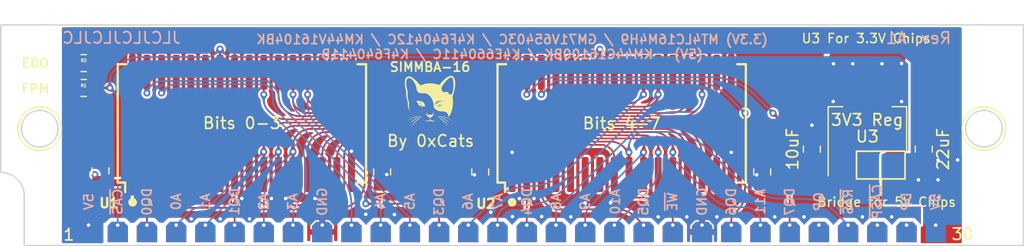
<source format=kicad_pcb>
(kicad_pcb (version 20211014) (generator pcbnew)
  (title_block (title "SIMMBA-16 (16MB EDO/FPM RAM)") (date "2022-04-19") (rev "1A") (company "0xCats"))
  (layers (0 "F.Cu" signal "Front") (31 "B.Cu" signal "Back") (34 "B.Paste" user) (35 "F.Paste" user) (36 "B.SilkS" user "B.Silkscreen") (37 "F.SilkS" user "F.Silkscreen") (38 "B.Mask" user) (39 "F.Mask" user) (44 "Edge.Cuts" user))
  (net 0 "")
  (net 1 "+5V")
  (net 2 "/DQ4")
  (net 3 "/DQ5")
  (net 8 "/~{CAS}")
  (net 10 "/~{RAS}")
  (net 14 "/DQ6")
  (net 15 "/DQ7")
  (net 16 "/DQ0")
  (net 17 "/DQ1")
  (net 26 "/DQ2")
  (net 27 "/DQ3")
  (net 28 "GND")
  (net 32 "VDD")
  (net 33 "/~{WE}")
  (net 34 "/~{OE}")
  (net 35 "/2A5")
  (net 36 "/2A4")
  (net 37 "/2A3")
  (net 38 "/2A6")
  (net 39 "/2A8")
  (net 40 "/2A9")
  (net 41 "/2A11")
  (net 42 "/2A10")
  (net 43 "/2A7")
  (net 44 "/2A0")
  (net 45 "/2A1")
  (net 46 "/2A2")
  (footprint "dram:SOJ-32_400mil" (layer "F.Cu") (at 81.079064 65.4278 90)
    (fp_text reference "U1")
    (fp_text value "MT4LC16M4H9")
  )
  (footprint "Resistor_SMD:R_0805_2012Metric_Pad1.20x1.40mm_HandSolder" (layer "F.Cu") (at 67.328264 60.186)
    (fp_text reference "R2")
    (fp_text value "EDO")
  )
  (footprint "edge connectors:SIMM_30" (layer "F.Cu") (at 103.3056 74.267)
    (fp_text reference "J1" hide)
    (fp_text value "SIMM-30")
    (fp_line (start -41.148 -2.54) (end -41.148 1.778) (layer "Edge.Cuts") (width 0.12))
    (fp_line (start -43.18 -17.399) (end 45.72 -17.399) (layer "Edge.Cuts") (width 0.12))
    (fp_line (start 45.72 1.778) (end 45.72 -17.399) (layer "Edge.Cuts") (width 0.12))
    (fp_line (start -43.18 -4.572) (end -43.18 -17.399) (layer "Edge.Cuts") (width 0.12))
    (fp_line (start -41.148 1.778) (end 45.72 1.778) (layer "Edge.Cuts") (width 0.12))
    (fp_arc (start -43.18 -4.572) (mid -41.743159 -3.976841) (end -41.148 -2.54) (layer "Edge.Cuts") (width 0.12))
    (fp_circle (center -39.8 -8.382) (end -38.21 -8.382) (layer "Edge.Cuts") (width 0.12) (fill none))
    (fp_circle (center 42.291 -8.382) (end 43.881 -8.382) (layer "Edge.Cuts") (width 0.12) (fill none))
  )
  (footprint "Capacitor_SMD:C_0805_2012Metric_Pad1.18x1.45mm_HandSolder" (layer "F.Cu") (at 126.316464 69.6442 90)
    (fp_text reference "C4" hide)
    (fp_text value "220nF" hide)
  )
  (footprint "Capacitor_SMD:C_0805_2012Metric_Pad1.18x1.45mm_HandSolder" (layer "F.Cu") (at 68.785464 69.5487 90)
    (fp_text reference "C1" hide)
    (fp_text value "220nF" hide)
  )
  (footprint "graphics:cat face" (layer "F.Cu") (at 97.430892 63.773383)
    (fp_text reference "G***" hide)
    (fp_text value "LOGO" hide)
  )
  (footprint "Capacitor_SMD:C_0805_2012Metric_Pad1.18x1.45mm_HandSolder" (layer "F.Cu") (at 101.805064 69.6516 90)
    (fp_text reference "C3" hide)
    (fp_text value "220nF" hide)
  )
  (footprint "Resistor_SMD:R_0805_2012Metric_Pad1.20x1.40mm_HandSolder" (layer "F.Cu") (at 67.328264 62.345 180)
    (fp_text reference "R1")
    (fp_text value "FPM")
  )
  (footprint "Capacitor_SMD:C_0805_2012Metric_Pad1.18x1.45mm_HandSolder" (layer "F.Cu") (at 93.271064 69.6477 90)
    (fp_text reference "C2" hide)
    (fp_text value "220nF" hide)
  )
  (footprint "dram:SOJ-32_400mil" (layer "F.Cu") (at 114.099064 65.4278 90)
    (fp_text reference "U2")
    (fp_text value "MT4LC16M4H9")
  )
  (footprint "Capacitor_SMD:C_0805_2012Metric_Pad1.18x1.45mm_HandSolder" (layer "F.Cu") (at 140.362664 67.663 90)
    (fp_text reference "C5" hide)
    (fp_text value "22uF")
  )
  (footprint "Capacitor_SMD:C_0805_2012Metric_Pad1.18x1.45mm_HandSolder" (layer "F.Cu") (at 130.634464 67.663 -90)
    (fp_text reference "C6" hide)
    (fp_text value "10uF")
  )
  (footprint "Package_TO_SOT_SMD:SOT-223-3_TabPin2" (layer "F.Cu") (at 135.460464 65.885 90)
    (fp_text reference "U3")
    (fp_text value "AMS1117-3.3")
  )
  (gr_line (start 136.625064 70.358) (end 136.625064 71.628) (layer "F.SilkS") (width 0.254))
  (gr_circle (center 104.574064 72.2858) (end 104.874064 72.2858) (layer "F.SilkS") (width 0.1524) (fill solid))
  (gr_circle (center 71.579464 72.2858) (end 71.879464 72.2858) (layer "F.SilkS") (width 0.1524) (fill solid))
  (gr_rect (start 134.516864 67.8434) (end 138.733264 70.2564) (layer "F.SilkS") (width 0.15) (fill none))
  (gr_text "~{WE}" (at 118.514864 72.2376 90) (layer "B.SilkS") (effects (font (size 0.8 0.8)) (justify mirror)))
  (gr_text "GND" (at 121.080264 72.2376 90) (layer "B.SilkS") (effects (font (size 0.8 0.8)) (justify mirror)))
  (gr_text "JLCJLCJLCJLC" (at 70.614264 57.9856) (layer "B.SilkS") (effects (font (size 1 1)) (justify mirror)))
  (gr_text "A6" (at 100.734864 72.2376 90) (layer "B.SilkS") (effects (font (size 0.8 0.8)) (justify mirror)))
  (gr_text "(3.3V) MT4LC16M4H9 / GM71V65403C / K4F640412C / KM44V16104BK\n(5V)   KM44C16100BK / K4E660411C / K4F640411B" (at 104.5756 58.7756) (layer "B.SilkS") (effects (font (size 0.8 0.8)) (justify mirror)))
  (gr_text "A5" (at 95.680264 72.2376 90) (layer "B.SilkS") (effects (font (size 0.8 0.8)) (justify mirror)))
  (gr_text "A7" (at 103.325664 72.2376 90) (layer "B.SilkS") (effects (font (size 0.8 0.8)) (justify mirror)))
  (gr_text "A0" (at 75.360264 72.2376 90) (layer "B.SilkS") (effects (font (size 0.8 0.8)) (justify mirror)))
  (gr_text "DQ3" (at 98.220264 72.237599 90) (layer "B.SilkS") (effects (font (size 0.8 0.8)) (justify mirror)))
  (gr_text "A9" (at 110.920264 72.2376 90) (layer "B.SilkS") (effects (font (size 0.8 0.8)) (justify mirror)))
  (gr_text "~{CAS}" (at 70.280264 72.2376 90) (layer "B.SilkS") (effects (font (size 0.8 0.8)) (justify mirror)))
  (gr_text "A11" (at 126.160264 72.237599 90) (layer "B.SilkS") (effects (font (size 0.8 0.8)) (justify mirror)))
  (gr_text "5V" (at 67.765664 72.2376 90) (layer "B.SilkS") (effects (font (size 0.8 0.8)) (justify mirror)))
  (gr_text "DQ5" (at 116.000264 72.237599 90) (layer "B.SilkS") (effects (font (size 0.8 0.8)) (justify mirror)))
  (gr_text "A8" (at 108.405664 72.2376 90) (layer "B.SilkS") (effects (font (size 0.8 0.8)) (justify mirror)))
  (gr_text "Rev. A1" (at 139.905464 58.011) (layer "B.SilkS") (effects (font (size 1 1)) (justify mirror)))
  (gr_text "A2" (at 82.980264 72.2376 90) (layer "B.SilkS") (effects (font (size 0.8 0.8)) (justify mirror)))
  (gr_text "DQ0" (at 72.820264 72.237599 90) (layer "B.SilkS") (effects (font (size 0.8 0.8)) (justify mirror)))
  (gr_text "~{RAS}" (at 133.780264 72.2376 90) (layer "B.SilkS") (effects (font (size 0.8 0.8)) (justify mirror)))
  (gr_text "~{CASP}" (at 136.320264 72.2376 90) (layer "B.SilkS") (effects (font (size 0.8 0.8)) (justify mirror)))
  (gr_text "DQ7" (at 128.700264 72.237599 90) (layer "B.SilkS") (effects (font (size 0.8 0.8)) (justify mirror)))
  (gr_text "GND" (at 88.060264 72.2376 90) (layer "B.SilkS") (effects (font (size 0.8 0.8)) (justify mirror)))
  (gr_text "A3" (at 85.494864 72.2376 90) (layer "B.SilkS") (effects (font (size 0.8 0.8)) (justify mirror)))
  (gr_text "A1" (at 77.900264 72.2376 90) (layer "B.SilkS") (effects (font (size 0.8 0.8)) (justify mirror)))
  (gr_text "DQ6" (at 123.620264 72.237599 90) (layer "B.SilkS") (effects (font (size 0.8 0.8)) (justify mirror)))
  (gr_text "QP" (at 131.240264 72.2376 90) (layer "B.SilkS") (effects (font (size 0.8 0.8)) (justify mirror)))
  (gr_text "DQ4" (at 105.865664 72.237599 90) (layer "B.SilkS") (effects (font (size 0.8 0.8)) (justify mirror)))
  (gr_text "DP" (at 138.860264 72.237599 90) (layer "B.SilkS") (effects (font (size 0.8 0.8)) (justify mirror)))
  (gr_text "A4" (at 93.140264 72.2376 90) (layer "B.SilkS") (effects (font (size 0.8 0.8)) (justify mirror)))
  (gr_text "5V" (at 141.400264 72.2376 90) (layer "B.SilkS") (effects (font (size 0.8 0.8)) (justify mirror)))
  (gr_text "A10" (at 113.536464 72.237599 90) (layer "B.SilkS") (effects (font (size 0.8 0.8)) (justify mirror)))
  (gr_text "DQ1" (at 80.440264 72.237599 90) (layer "B.SilkS") (effects (font (size 0.8 0.8)) (justify mirror)))
  (gr_text "EDO" (at 63.121264 60.1954) (layer "F.SilkS") (effects (font (size 0.8 0.8) (thickness 0.125))))
  (gr_text "3V3 Reg" (at 135.435064 65.123) (layer "F.SilkS") (effects (font (size 1 1))))
  (gr_text "SIMMBA-16" (at 97.436664 60.5256) (layer "F.SilkS") (effects (font (size 0.8 0.8))))
  (gr_text "Bridge for 5V Chips\n" (at 137.133064 72.263) (layer "F.SilkS") (effects (font (size 0.8 0.8) (thickness 0.125))))
  (gr_text "FPM" (at 63.121264 62.4052) (layer "F.SilkS") (effects (font (size 0.8 0.8) (thickness 0.125))))
  (gr_text "Bits 0-3" (at 81.079064 65.4024) (layer "F.SilkS") (effects (font (size 1 1))))
  (gr_text "Bits 4-7" (at 114.099064 65.4278) (layer "F.SilkS") (effects (font (size 1 1))))
  (gr_text "By 0xCats" (at 97.487464 66.9518) (layer "F.SilkS") (effects (font (size 1 1))))
  (gr_text "U3 For 3.3V Chips" (at 135.355064 58.039) (layer "F.SilkS") (effects (font (size 0.8 0.8) (thickness 0.125))))
  (segment (start 138.331491 68.7005) (end 140.362664 68.7005) (width 0.6) (layer "F.Cu") (net 1))
  (via (at 139.901664 70.3326) (size 0.6) (drill 0.3) (layers "F.Cu" "B.Cu") (net 1))
  (via (at 143.305264 68.6054) (size 0.6) (drill 0.3) (layers "F.Cu" "B.Cu") (net 1))
  (via (at 141.603464 70.3326) (size 0.6) (drill 0.3) (layers "F.Cu" "B.Cu") (net 1))
  (via (at 141.603464 68.6054) (size 0.6) (drill 0.3) (layers "F.Cu" "B.Cu") (net 1))
  (arc (start 138.331491 68.7005) (mid 138.112968 68.743966) (end 137.927714 68.86775) (width 0.6) (layer "F.Cu") (net 1))
  (segment (start 105.844064 74.264377) (end 105.844064 69.8728) (width 0.15) (layer "F.Cu") (net 2))
  (segment (start 107.114064 71.377782) (end 107.114064 69.8728) (width 0.15) (layer "F.Cu") (net 3))
  (segment (start 115.3198 73.5812) (end 116.0056 74.267) (width 0.15) (layer "F.Cu") (net 3))
  (segment (start 108.631681 72.8954) (end 113.664132 72.8954) (width 0.15) (layer "F.Cu") (net 3))
  (arc (start 115.3198 73.5812) (mid 114.560173 73.073633) (end 113.664132 72.8954) (width 0.15) (layer "F.Cu") (net 3))
  (arc (start 107.558564 72.4509) (mid 108.050914 72.779878) (end 108.631681 72.8954) (width 0.15) (layer "F.Cu") (net 3))
  (arc (start 107.114064 71.377782) (mid 107.229585 71.958549) (end 107.558564 72.4509) (width 0.15) (layer "F.Cu") (net 3))
  (segment (start 79.174064 58.9508) (end 79.174064 60.932) (width 0.15) (layer "F.Cu") (net 8))
  (segment (start 112.194064 58.9762) (end 112.194064 60.9828) (width 0.15) (layer "F.Cu") (net 8))
  (segment (start 69.607664 62.345) (end 68.328264 62.345) (width 0.15) (layer "F.Cu") (net 8))
  (via (at 79.174064 58.9508) (size 0.6) (drill 0.3) (layers "F.Cu" "B.Cu") (net 8))
  (via (at 112.194064 58.9762) (size 0.6) (drill 0.3) (layers "F.Cu" "B.Cu") (net 8))
  (via (at 69.607664 62.345) (size 0.6) (drill 0.3) (layers "F.Cu" "B.Cu") (net 8))
  (segment (start 80.388158 59.662) (end 111.02333 59.662) (width 0.15) (layer "B.Cu") (net 8))
  (segment (start 77.959969 59.662) (end 72.236608 59.662) (width 0.15) (layer "B.Cu") (net 8))
  (segment (start 69.607664 61.7735) (end 69.607664 62.345) (width 0.15) (layer "B.Cu") (net 8))
  (segment (start 112.194064 58.9762) (end 111.851164 59.3191) (width 0.15) (layer "B.Cu") (net 8))
  (segment (start 70.2856 63.502309) (end 70.2856 74.267) (width 0.15) (layer "B.Cu") (net 8))
  (segment (start 69.946632 62.683968) (end 69.607664 62.345) (width 0.15) (layer "B.Cu") (net 8))
  (segment (start 79.174064 58.9508) (end 78.818464 59.3064) (width 0.15) (layer "B.Cu") (net 8))
  (segment (start 70.011775 60.797888) (end 70.377664 60.432) (width 0.15) (layer "B.Cu") (net 8))
  (segment (start 79.174064 58.9508) (end 79.529664 59.3064) (width 0.15) (layer "B.Cu") (net 8))
  (arc (start 79.529664 59.3064) (mid 79.923544 59.569582) (end 80.388158 59.662) (width 0.15) (layer "B.Cu") (net 8))
  (arc (start 69.946632 62.683968) (mid 70.197505 63.059426) (end 70.2856 63.502309) (width 0.15) (layer "B.Cu") (net 8))
  (arc (start 78.818464 59.3064) (mid 78.424583 59.569582) (end 77.959969 59.662) (width 0.15) (layer "B.Cu") (net 8))
  (arc (start 111.851164 59.3191) (mid 111.47135 59.572883) (end 111.02333 59.662) (width 0.15) (layer "B.Cu") (net 8))
  (arc (start 70.011775 60.797888) (mid 69.712689 61.245502) (end 69.607664 61.7735) (width 0.15) (layer "B.Cu") (net 8))
  (arc (start 72.236608 59.662) (mid 71.230554 59.862116) (end 70.377664 60.432) (width 0.15) (layer "B.Cu") (net 8))
  (segment (start 114.270048 67.478384) (end 114.734064 67.9424) (width 0.15) (layer "F.Cu") (net 10))
  (segment (start 83.650872 72.533311) (end 89.286373 72.533311) (width 0.15) (layer "F.Cu") (net 10))
  (segment (start 82.26255 71.947241) (end 82.281342 71.966033) (width 0.15) (layer "F.Cu") (net 10))
  (segment (start 91.206427 67.014369) (end 113.149815 67.014369) (width 0.15) (layer "F.Cu") (net 10))
  (segment (start 89.969064 71.85062) (end 89.969064 68.251732) (width 0.15) (layer "F.Cu") (net 10))
  (segment (start 114.734064 67.9424) (end 114.734064 69.8728) (width 0.15) (layer "F.Cu") (net 10))
  (via (at 114.734064 67.9424) (size 0.6) (drill 0.3) (layers "F.Cu" "B.Cu") (net 10))
  (arc (start 90.331479 67.376784) (mid 90.063252 67.778213) (end 89.969064 68.251732) (width 0.15) (layer "F.Cu") (net 10))
  (arc (start 89.969064 71.85062) (mid 89.917097 72.111874) (end 89.769108 72.333355) (width 0.15) (layer "F.Cu") (net 10))
  (arc (start 89.769108 72.333355) (mid 89.547627 72.481344) (end 89.286373 72.533311) (width 0.15) (layer "F.Cu") (net 10))
  (arc (start 81.714064 70.623077) (mid 81.85661 71.339709) (end 82.26255 71.947241) (width 0.15) (layer "F.Cu") (net 10))
  (arc (start 114.270048 67.478384) (mid 113.756081 67.134962) (end 113.149815 67.014369) (width 0.15) (layer "F.Cu") (net 10))
  (arc (start 91.206427 67.014369) (mid 90.732908 67.108557) (end 90.331479 67.376784) (width 0.15) (layer "F.Cu") (net 10))
  (arc (start 82.281342 71.966033) (mid 82.909687 72.38588) (end 83.650872 72.533311) (width 0.15) (layer "F.Cu") (net 10))
  (segment (start 121.661856 67.758192) (end 124.290871 70.387207) (width 0.15) (layer "B.Cu") (net 10))
  (segment (start 132.6426 73.124) (end 133.7856 74.267) (width 0.15) (layer "B.Cu") (net 10))
  (segment (start 114.734064 67.9424) (end 114.734064 67.452129) (width 0.15) (layer "B.Cu") (net 10))
  (segment (start 129.883153 71.981) (end 128.138627 71.981) (width 0.15) (layer "B.Cu") (net 10))
  (segment (start 116.095409 66.1644) (end 117.8141 66.1644) (width 0.15) (layer "B.Cu") (net 10))
  (segment (start 115.132792 66.563128) (end 115.080737 66.615184) (width 0.15) (layer "B.Cu") (net 10))
  (arc (start 115.080737 66.615184) (mid 114.824161 66.999177) (end 114.734064 67.452129) (width 0.15) (layer "B.Cu") (net 10))
  (arc (start 124.290871 70.387207) (mid 126.056236 71.566786) (end 128.138627 71.981) (width 0.15) (layer "B.Cu") (net 10))
  (arc (start 116.095409 66.1644) (mid 115.574444 66.268026) (end 115.132792 66.563128) (width 0.15) (layer "B.Cu") (net 10))
  (arc (start 121.661856 67.758192) (mid 119.89649 66.578613) (end 117.8141 66.1644) (width 0.15) (layer "B.Cu") (net 10))
  (arc (start 132.6426 73.124) (mid 131.376555 72.278056) (end 129.883153 71.981) (width 0.15) (layer "B.Cu") (net 10))
  (segment (start 107.114064 62.9132) (end 107.114064 60.9828) (width 0.15) (layer "F.Cu") (net 14))
  (segment (start 123.88657 73.267893) (end 124.221732 72.932732) (width 0.15) (layer "F.Cu") (net 14))
  (segment (start 124.817864 64.5388) (end 124.817864 71.493542) (width 0.15) (layer "F.Cu") (net 14))
  (segment (start 123.6256 73.897932) (end 123.6256 74.267) (width 0.15) (layer "F.Cu") (net 14))
  (via (at 107.114064 62.9132) (size 0.6) (drill 0.3) (layers "F.Cu" "B.Cu") (net 14))
  (via (at 124.817864 64.5388) (size 0.6) (drill 0.3) (layers "F.Cu" "B.Cu") (net 14))
  (arc (start 123.88657 73.267893) (mid 123.693423 73.556957) (end 123.6256 73.897932) (width 0.15) (layer "F.Cu") (net 14))
  (arc (start 124.817864 71.493542) (mid 124.662934 72.272426) (end 124.221732 72.932732) (width 0.15) (layer "F.Cu") (net 14))
  (segment (start 108.028464 61.9988) (end 107.977664 62.0496) (width 0.15) (layer "B.Cu") (net 14))
  (segment (start 108.079264 61.948) (end 108.195004 61.83226) (width 0.15) (layer "B.Cu") (net 14))
  (segment (start 107.114064 62.9132) (end 107.977664 62.0496) (width 0.15) (layer "B.Cu") (net 14))
  (segment (start 119.95657 61.69112) (end 108.535746 61.69112) (width 0.15) (layer "B.Cu") (net 14))
  (segment (start 108.079264 61.948) (end 108.028464 61.9988) (width 0.15) (layer "B.Cu") (net 14))
  (segment (start 123.394024 63.11496) (end 124.817864 64.5388) (width 0.15) (layer "B.Cu") (net 14))
  (arc (start 123.394024 63.11496) (mid 121.816906 62.061163) (end 119.95657 61.69112) (width 0.15) (layer "B.Cu") (net 14))
  (arc (start 108.535746 61.69112) (mid 108.351337 61.727801) (end 108.195004 61.83226) (width 0.15) (layer "B.Cu") (net 14))
  (segment (start 128.7056 67.012971) (end 128.7056 74.267) (width 0.15) (layer "F.Cu") (net 15))
  (segment (start 105.844064 62.9132) (end 105.844064 60.9828) (width 0.15) (layer "F.Cu") (net 15))
  (segment (start 127.980932 65.263468) (end 127.256264 64.5388) (width 0.15) (layer "F.Cu") (net 15))
  (via (at 105.844064 62.9132) (size 0.6) (drill 0.3) (layers "F.Cu" "B.Cu") (net 15))
  (via (at 127.256264 64.5388) (size 0.6) (drill 0.3) (layers "F.Cu" "B.Cu") (net 15))
  (arc (start 127.980932 65.263468) (mid 128.517264 66.066146) (end 128.7056 67.012971) (width 0.15) (layer "F.Cu") (net 15))
  (segment (start 127.256264 64.5388) (end 125.694164 62.9767) (width 0.15) (layer "B.Cu") (net 15))
  (segment (start 105.844064 62.9132) (end 106.593364 62.1639) (width 0.15) (layer "B.Cu") (net 15))
  (segment (start 108.402334 61.4146) (end 121.92292 61.4146) (width 0.15) (layer "B.Cu") (net 15))
  (arc (start 125.694164 62.9767) (mid 123.963902 61.820576) (end 121.92292 61.4146) (width 0.15) (layer "B.Cu") (net 15))
  (arc (start 108.402334 61.4146) (mid 107.423326 61.609336) (end 106.593364 62.1639) (width 0.15) (layer "B.Cu") (net 15))
  (segment (start 72.824064 74.264377) (end 72.824064 69.822) (width 0.15) (layer "F.Cu") (net 16))
  (segment (start 80.4456 73.302273) (end 80.4456 74.267) (width 0.15) (layer "F.Cu") (net 17))
  (segment (start 79.911726 72.7684) (end 75.567264 72.7684) (width 0.15) (layer "F.Cu") (net 17))
  (arc (start 80.289232 72.924768) (mid 80.11603 72.809038) (end 79.911726 72.7684) (width 0.15) (layer "F.Cu") (net 17))
  (arc (start 74.094064 71.2952) (mid 74.525554 72.336909) (end 75.567264 72.7684) (width 0.15) (layer "F.Cu") (net 17))
  (arc (start 80.289232 72.924768) (mid 80.404961 73.097968) (end 80.4456 73.302273) (width 0.15) (layer "F.Cu") (net 17))
  (segment (start 74.094064 62.7862) (end 74.094064 60.932) (width 0.15) (layer "F.Cu") (net 26))
  (via (at 74.094064 62.7862) (size 0.6) (drill 0.3) (layers "F.Cu" "B.Cu") (net 26))
  (segment (start 84.26384 64.478776) (end 89.38709 69.602026) (width 0.15) (layer "B.Cu") (net 26))
  (segment (start 74.094064 62.7862) (end 74.475064 62.4052) (width 0.15) (layer "B.Cu") (net 26))
  (segment (start 82.820219 62.0242) (end 75.394879 62.0242) (width 0.15) (layer "B.Cu") (net 26))
  (segment (start 90.6056 72.543768) (end 90.6056 74.267) (width 0.15) (layer "B.Cu") (net 26))
  (segment (start 83.767664 63.2809) (end 83.767664 62.971644) (width 0.15) (layer "B.Cu") (net 26))
  (arc (start 83.490164 62.3017) (mid 83.695544 62.609072) (end 83.767664 62.971644) (width 0.15) (layer "B.Cu") (net 26))
  (arc (start 83.767664 63.2809) (mid 83.896615 63.929186) (end 84.26384 64.478776) (width 0.15) (layer "B.Cu") (net 26))
  (arc (start 89.38709 69.602026) (mid 90.288919 70.951708) (end 90.6056 72.543768) (width 0.15) (layer "B.Cu") (net 26))
  (arc (start 75.394879 62.0242) (mid 74.897078 62.123218) (end 74.475064 62.4052) (width 0.15) (layer "B.Cu") (net 26))
  (arc (start 83.490164 62.3017) (mid 83.18279 62.096319) (end 82.820219 62.0242) (width 0.15) (layer "B.Cu") (net 26))
  (segment (start 97.938774 73.16891) (end 97.704132 72.934268) (width 0.15) (layer "F.Cu") (net 27))
  (segment (start 98.2256 73.861368) (end 98.2256 74.267) (width 0.15) (layer "F.Cu") (net 27))
  (segment (start 72.824064 62.7862) (end 72.824064 60.932) (width 0.15) (layer "F.Cu") (net 27))
  (segment (start 96.445196 72.4128) (end 91.848664 72.4128) (width 0.15) (layer "F.Cu") (net 27))
  (via (at 91.848664 72.4128) (size 0.6) (drill 0.3) (layers "F.Cu" "B.Cu") (net 27))
  (via (at 72.824064 62.7862) (size 0.6) (drill 0.3) (layers "F.Cu" "B.Cu") (net 27))
  (arc (start 97.938774 73.16891) (mid 98.151056 73.486612) (end 98.2256 73.861368) (width 0.15) (layer "F.Cu") (net 27))
  (arc (start 97.704132 72.934268) (mid 97.126527 72.548325) (end 96.445196 72.4128) (width 0.15) (layer "F.Cu") (net 27))
  (segment (start 73.205063 62.125799) (end 72.922846 62.408017) (width 0.15) (layer "B.Cu") (net 27))
  (segment (start 74.124879 61.7448) (end 83.331993 61.7448) (width 0.15) (layer "B.Cu") (net 27))
  (segment (start 91.848664 71.8572) (end 91.848664 72.4128) (width 0.15) (layer "B.Cu") (net 27))
  (segment (start 83.345088 61.765566) (end 83.936034 62.356512) (width 0.15) (layer "B.Cu") (net 27))
  (segment (start 72.824064 62.6465) (end 72.824064 62.7862) (width 0.15) (layer "B.Cu") (net 27))
  (segment (start 91.455795 70.908731) (end 84.666093 64.119029) (width 0.15) (layer "B.Cu") (net 27))
  (arc (start 83.339664 61.752471) (mid 83.337417 61.747046) (end 83.331993 61.7448) (width 0.15) (layer "B.Cu") (net 27))
  (arc (start 74.124879 61.7448) (mid 73.627078 61.843818) (end 73.205063 62.125799) (width 0.15) (layer "B.Cu") (net 27))
  (arc (start 72.922846 62.408017) (mid 72.849736 62.517433) (end 72.824064 62.6465) (width 0.15) (layer "B.Cu") (net 27))
  (arc (start 91.455795 70.908731) (mid 91.74656 71.343892) (end 91.848664 71.8572) (width 0.15) (layer "B.Cu") (net 27))
  (arc (start 83.339664 61.752471) (mid 83.341073 61.759558) (end 83.345088 61.765566) (width 0.15) (layer "B.Cu") (net 27))
  (arc (start 83.936034 62.356512) (mid 84.206195 62.760837) (end 84.301064 63.237771) (width 0.15) (layer "B.Cu") (net 27))
  (arc (start 84.301064 63.237771) (mid 84.395931 63.714704) (end 84.666093 64.119029) (width 0.15) (layer "B.Cu") (net 27))
  (via (at 122.379464 73.5558) (size 0.6) (drill 0.3) (layers "F.Cu" "B.Cu") (net 28))
  (via (at 129.948664 73.5558) (size 0.6) (drill 0.3) (layers "F.Cu" "B.Cu") (net 28))
  (via (at 107.139464 73.5304) (size 0.6) (drill 0.3) (layers "F.Cu" "B.Cu") (net 28))
  (via (at 117.274064 73.5558) (size 0.6) (drill 0.3) (layers "F.Cu" "B.Cu") (net 28))
  (via (at 109.679464 73.5558) (size 0.6) (drill 0.3) (layers "F.Cu" "B.Cu") (net 28))
  (via (at 135.028664 73.5558) (size 0.6) (drill 0.3) (layers "F.Cu" "B.Cu") (net 28))
  (via (at 106.475264 71.9582) (size 0.6) (drill 0.3) (layers "F.Cu" "B.Cu") (net 28))
  (via (at 119.763264 73.5558) (size 0.6) (drill 0.3) (layers "F.Cu" "B.Cu") (net 28))
  (via (at 102.716064 73.152) (size 0.6) (drill 0.3) (layers "F.Cu" "B.Cu") (net 28))
  (via (at 79.199464 73.7336) (size 0.6) (drill 0.3) (layers "F.Cu" "B.Cu") (net 28))
  (via (at 87.429064 71.9556) (size 0.6) (drill 0.3) (layers "F.Cu" "B.Cu") (net 28))
  (via (at 83.644464 71.9556) (size 0.6) (drill 0.3) (layers "F.Cu" "B.Cu") (net 28))
  (via (at 127.408664 73.5558) (size 0.6) (drill 0.3) (layers "F.Cu" "B.Cu") (net 28))
  (via (at 76.681064 73.7336) (size 0.6) (drill 0.3) (layers "F.Cu" "B.Cu") (net 28))
  (via (at 94.337864 73.3526) (size 0.6) (drill 0.3) (layers "F.Cu" "B.Cu") (net 28))
  (via (at 110.924064 72.3366) (size 0.6) (drill 0.3) (layers "F.Cu" "B.Cu") (net 28))
  (via (at 81.739464 73.7336) (size 0.6) (drill 0.3) (layers "F.Cu" "B.Cu") (net 28))
  (via (at 113.133864 72.3366) (size 0.6) (drill 0.3) (layers "F.Cu" "B.Cu") (net 28))
  (via (at 137.568664 73.5558) (size 0.6) (drill 0.3) (layers "F.Cu" "B.Cu") (net 28))
  (via (at 104.599464 73.5304) (size 0.6) (drill 0.3) (layers "F.Cu" "B.Cu") (net 28))
  (via (at 84.889064 71.9556) (size 0.6) (drill 0.3) (layers "F.Cu" "B.Cu") (net 28))
  (via (at 105.205264 71.9582) (size 0.6) (drill 0.3) (layers "F.Cu" "B.Cu") (net 28))
  (via (at 91.848664 73.3298) (size 0.6) (drill 0.3) (layers "F.Cu" "B.Cu") (net 28))
  (via (at 81.079064 71.9556) (size 0.6) (drill 0.3) (layers "F.Cu" "B.Cu") (net 28))
  (segment (start 68.302464 70.02695) (end 68.302464 69.8767) (width 0.2) (layer "F.Cu") (net 32))
  (segment (start 90.600264 69.8754) (end 90.600264 67.945) (width 0.6) (layer "F.Cu") (net 32))
  (segment (start 71.197364 70.2295) (end 71.554064 69.8728) (width 0.6) (layer "F.Cu") (net 32))
  (segment (start 130.634464 65.5802) (end 130.634464 66.6255) (width 0.6) (layer "F.Cu") (net 32))
  (segment (start 70.336214 70.5862) (end 68.785464 70.5862) (width 0.6) (layer "F.Cu") (net 32))
  (segment (start 123.624064 67.9424) (end 123.624064 69.8728) (width 0.6) (layer "F.Cu") (net 32))
  (segment (start 104.574064 67.9424) (end 104.574064 69.8728) (width 0.6) (layer "F.Cu") (net 32))
  (segment (start 101.297064 70.05235) (end 101.297064 69.9021) (width 0.2) (layer "F.Cu") (net 32))
  (segment (start 71.554064 69.8474) (end 71.554064 71.7524) (width 0.6) (layer "F.Cu") (net 32))
  (segment (start 125.833464 70.04845) (end 125.833464 69.8982) (width 0.2) (layer "F.Cu") (net 32))
  (segment (start 93.673664 69.8754) (end 93.673664 70.079) (width 0.15) (layer "F.Cu") (net 32))
  (via (at 134.190464 60.2462) (size 0.6) (drill 0.3) (layers "F.Cu" "B.Cu") (net 32))
  (via (at 93.673664 69.8754) (size 0.6) (drill 0.3) (layers "F.Cu" "B.Cu") (net 32))
  (via (at 104.574064 67.9424) (size 0.6) (drill 0.3) (layers "F.Cu" "B.Cu") (net 32))
  (via (at 132.488664 63.5228) (size 0.6) (drill 0.3) (layers "F.Cu" "B.Cu") (net 32))
  (via (at 136.730464 60.2462) (size 0.6) (drill 0.3) (layers "F.Cu" "B.Cu") (net 32))
  (via (at 71.554064 71.8286) (size 0.6) (drill 0.3) (layers "F.Cu" "B.Cu") (net 32))
  (via (at 130.634464 65.5802) (size 0.6) (drill 0.3) (layers "F.Cu" "B.Cu") (net 32))
  (via (at 68.302464 69.8767) (size 0.6) (drill 0.3) (layers "F.Cu" "B.Cu") (net 32))
  (via (at 132.514064 60.2462) (size 0.6) (drill 0.3) (layers "F.Cu" "B.Cu") (net 32))
  (via (at 138.432264 63.5228) (size 0.6) (drill 0.3) (layers "F.Cu" "B.Cu") (net 32))
  (via (at 125.833464 69.8982) (size 0.6) (drill 0.3) (layers "F.Cu" "B.Cu") (net 32))
  (via (at 101.297064 69.9021) (size 0.6) (drill 0.3) (layers "F.Cu" "B.Cu") (net 32))
  (via (at 138.432264 60.2208) (size 0.6) (drill 0.3) (layers "F.Cu" "B.Cu") (net 32))
  (via (at 123.624064 67.9424) (size 0.6) (drill 0.3) (layers "F.Cu" "B.Cu") (net 32))
  (via (at 90.604064 67.8408) (size 0.6) (drill 0.3) (layers "F.Cu" "B.Cu") (net 32))
  (arc (start 93.673664 70.079) (mid 93.636248 70.267101) (end 93.529697 70.426566) (width 0.15) (layer "F.Cu") (net 32))
  (arc (start 125.833464 70.04845) (mid 125.861075 70.187262) (end 125.939706 70.304942) (width 0.2) (layer "F.Cu") (net 32))
  (arc (start 101.297064 70.05235) (mid 101.324675 70.191162) (end 101.403306 70.308842) (width 0.2) (layer "F.Cu") (net 32))
  (arc (start 68.302464 70.02695) (mid 68.330075 70.165762) (end 68.408706 70.283442) (width 0.2) (layer "F.Cu") (net 32))
  (arc (start 71.197364 70.2295) (mid 70.802265 70.493496) (end 70.336214 70.5862) (width 0.6) (layer "F.Cu") (net 32))
  (segment (start 80.444064 71.898108) (end 80.444064 69.8474) (width 0.15) (layer "F.Cu") (net 33))
  (segment (start 112.308504 67.290889) (end 92.277615 67.290889) (width 0.15) (layer "F.Cu") (net 33))
  (segment (start 117.705864 72.7176) (end 118.345807 73.357543) (width 0.15) (layer "F.Cu") (net 33))
  (segment (start 118.544064 74.115468) (end 118.544064 73.836177) (width 0.15) (layer "F.Cu") (net 33))
  (segment (start 113.464064 70.7491) (end 113.464064 71.445794) (width 0.15) (layer "F.Cu") (net 33))
  (segment (start 81.441355 72.8954) (end 89.257554 72.8954) (width 0.15) (layer "F.Cu") (net 33))
  (segment (start 115.68227 71.8794) (end 113.897669 71.8794) (width 0.15) (layer "F.Cu") (net 33))
  (segment (start 91.772464 67.79604) (end 91.772464 70.38049) (width 0.15) (layer "F.Cu") (net 33))
  (arc (start 113.125608 67.629344) (mid 113.376102 68.004234) (end 113.464064 68.446448) (width 0.15) (layer "F.Cu") (net 33))
  (arc (start 80.444064 71.898108) (mid 80.519978 72.279755) (end 80.736164 72.6033) (width 0.15) (layer "F.Cu") (net 33))
  (arc (start 91.772464 70.38049) (mid 91.581027 71.342904) (end 91.035864 72.1588) (width 0.15) (layer "F.Cu") (net 33))
  (arc (start 118.345807 73.357543) (mid 118.492538 73.577142) (end 118.544064 73.836177) (width 0.15) (layer "F.Cu") (net 33))
  (arc (start 113.464064 71.445794) (mid 113.49707 71.611728) (end 113.591064 71.7524) (width 0.15) (layer "F.Cu") (net 33))
  (arc (start 113.591064 71.7524) (mid 113.731735 71.846393) (end 113.897669 71.8794) (width 0.15) (layer "F.Cu") (net 33))
  (arc (start 92.277615 67.290889) (mid 92.084302 67.329341) (end 91.920419 67.438844) (width 0.15) (layer "F.Cu") (net 33))
  (arc (start 91.920419 67.438844) (mid 91.810916 67.602727) (end 91.772464 67.79604) (width 0.15) (layer "F.Cu") (net 33))
  (arc (start 80.736164 72.6033) (mid 81.059708 72.819485) (end 81.441355 72.8954) (width 0.15) (layer "F.Cu") (net 33))
  (arc (start 113.125608 67.629344) (mid 112.750717 67.37885) (end 112.308504 67.290889) (width 0.15) (layer "F.Cu") (net 33))
  (arc (start 91.035864 72.1588) (mid 90.219968 72.703963) (end 89.257554 72.8954) (width 0.15) (layer "F.Cu") (net 33))
  (arc (start 117.705864 72.7176) (mid 116.777431 72.097241) (end 115.68227 71.8794) (width 0.15) (layer "F.Cu") (net 33))
  (segment (start 68.117311 57.9094) (end 79.793656 57.9094) (width 0.15) (layer "F.Cu") (net 34))
  (segment (start 113.464064 58.646528) (end 113.464064 60.9828) (width 0.15) (layer "F.Cu") (net 34))
  (segment (start 80.444064 58.559807) (end 80.444064 60.932) (width 0.15) (layer "F.Cu") (net 34))
  (segment (start 66.328264 60.8003) (end 66.328264 62.345) (width 0.6) (layer "F.Cu") (net 34))
  (segment (start 112.726935 57.9094) (end 81.094471 57.9094) (width 0.15) (layer "F.Cu") (net 34))
  (segment (start 66.762639 58.523024) (end 66.852264 58.4334) (width 0.15) (layer "F.Cu") (net 34))
  (arc (start 68.117311 57.9094) (mid 67.432672 58.045583) (end 66.852264 58.4334) (width 0.15) (layer "F.Cu") (net 34))
  (arc (start 80.253564 58.0999) (mid 80.042556 57.958909) (end 79.793656 57.9094) (width 0.15) (layer "F.Cu") (net 34))
  (arc (start 80.444064 58.559807) (mid 80.394554 58.310907) (end 80.253564 58.0999) (width 0.15) (layer "F.Cu") (net 34))
  (arc (start 80.634564 58.0999) (mid 80.493573 58.310907) (end 80.444064 58.559807) (width 0.15) (layer "F.Cu") (net 34))
  (arc (start 66.762639 58.523024) (mid 66.441154 59.00416) (end 66.328264 59.5717) (width 0.15) (layer "F.Cu") (net 34))
  (arc (start 113.248164 58.1253) (mid 113.407953 58.364441) (end 113.464064 58.646528) (width 0.15) (layer "F.Cu") (net 34))
  (arc (start 81.094471 57.9094) (mid 80.845571 57.958909) (end 80.634564 58.0999) (width 0.15) (layer "F.Cu") (net 34))
  (arc (start 80.253564 58.0999) (mid 80.444064 58.178807) (end 80.634564 58.0999) (width 0.15) (layer "F.Cu") (net 34))
  (arc (start 113.248164 58.1253) (mid 113.009022 57.96551) (end 112.726935 57.9094) (width 0.15) (layer "F.Cu") (net 34))
  (segment (start 82.984064 67.8916) (end 82.984064 67.2058) (width 0.15) (layer "F.Cu") (net 35))
  (segment (start 122.354064 68.340895) (end 122.354064 69.8728) (width 0.15) (layer "F.Cu") (net 35))
  (segment (start 83.468997 66.035065) (end 83.566439 65.937624) (width 0.15) (layer "F.Cu") (net 35))
  (segment (start 82.984064 67.8916) (end 82.984064 69.822) (width 0.15) (layer "F.Cu") (net 35))
  (segment (start 119.368417 65.355249) (end 84.972418 65.355249) (width 0.15) (layer "F.Cu") (net 35))
  (via (at 82.984064 67.8916) (size 0.6) (drill 0.3) (layers "F.Cu" "B.Cu") (net 35))
  (arc (start 121.479588 66.229724) (mid 120.510974 65.582517) (end 119.368417 65.355249) (width 0.15) (layer "F.Cu") (net 35))
  (arc (start 121.479588 66.229724) (mid 122.126795 67.198337) (end 122.354064 68.340895) (width 0.15) (layer "F.Cu") (net 35))
  (arc (start 84.972418 65.355249) (mid 84.211507 65.506603) (end 83.566439 65.937624) (width 0.15) (layer "F.Cu") (net 35))
  (arc (start 83.468997 66.035065) (mid 83.110093 66.572203) (end 82.984064 67.2058) (width 0.15) (layer "F.Cu") (net 35))
  (segment (start 76.47551 73.157089) (end 75.3656 74.267) (width 0.15) (layer "B.Cu") (net 35))
  (segment (start 78.597553 72.27811) (end 82.984064 67.8916) (width 0.15) (layer "B.Cu") (net 35))
  (arc (start 78.597553 72.27811) (mid 78.110752 72.60338) (end 77.536532 72.7176) (width 0.15) (layer "B.Cu") (net 35))
  (arc (start 77.536532 72.7176) (mid 76.962311 72.831819) (end 76.47551 73.157089) (width 0.15) (layer "B.Cu") (net 35))
  (segment (start 118.527106 65.631769) (end 85.730346 65.631769) (width 0.15) (layer "F.Cu") (net 36))
  (segment (start 84.254064 67.8916) (end 84.254064 69.822) (width 0.15) (layer "F.Cu") (net 36))
  (segment (start 84.254064 67.8916) (end 84.254064 67.108051) (width 0.15) (layer "F.Cu") (net 36))
  (segment (start 121.084064 68.188726) (end 121.084064 69.8728) (width 0.15) (layer "F.Cu") (net 36))
  (via (at 84.254064 67.8916) (size 0.6) (drill 0.3) (layers "F.Cu" "B.Cu") (net 36))
  (arc (start 120.335148 66.380684) (mid 119.505611 65.826405) (end 118.527106 65.631769) (width 0.15) (layer "F.Cu") (net 36))
  (arc (start 85.730346 65.631769) (mid 85.165397 65.744144) (end 84.686457 66.064162) (width 0.15) (layer "F.Cu") (net 36))
  (arc (start 84.686457 66.064162) (mid 84.366439 66.543102) (end 84.254064 67.108051) (width 0.15) (layer "F.Cu") (net 36))
  (arc (start 120.335148 66.380684) (mid 120.889427 67.21022) (end 121.084064 68.188726) (width 0.15) (layer "F.Cu") (net 36))
  (segment (start 84.254064 67.8916) (end 84.254064 67.905068) (width 0.15) (layer "B.Cu") (net 36))
  (segment (start 84.24454 67.928059) (end 77.9056 74.267) (width 0.15) (layer "B.Cu") (net 36))
  (arc (start 84.254064 67.905068) (mid 84.251588 67.91751) (end 84.24454 67.928059) (width 0.15) (layer "B.Cu") (net 36))
  (segment (start 119.814064 67.993197) (end 119.814064 69.8728) (width 0.15) (layer "F.Cu") (net 37))
  (segment (start 85.970596 66.354821) (end 85.909523 66.415895) (width 0.15) (layer "F.Cu") (net 37))
  (segment (start 85.524064 67.8916) (end 85.524064 69.822) (width 0.15) (layer "F.Cu") (net 37))
  (segment (start 87.048623 65.908289) (end 117.729155 65.908289) (width 0.15) (layer "F.Cu") (net 37))
  (segment (start 85.524064 67.8916) (end 85.524064 67.346477) (width 0.15) (layer "F.Cu") (net 37))
  (via (at 85.524064 67.8916) (size 0.6) (drill 0.3) (layers "F.Cu" "B.Cu") (net 37))
  (arc (start 87.048623 65.908289) (mid 86.465199 66.024338) (end 85.970596 66.354821) (width 0.15) (layer "F.Cu") (net 37))
  (arc (start 85.909523 66.415895) (mid 85.624241 66.842849) (end 85.524064 67.346477) (width 0.15) (layer "F.Cu") (net 37))
  (arc (start 119.203408 66.518944) (mid 118.527015 66.066993) (end 117.729155 65.908289) (width 0.15) (layer "F.Cu") (net 37))
  (arc (start 119.203408 66.518944) (mid 119.655359 67.195337) (end 119.814064 67.993197) (width 0.15) (layer "F.Cu") (net 37))
  (segment (start 85.524064 67.8916) (end 84.254832 69.160832) (width 0.15) (layer "B.Cu") (net 37))
  (segment (start 82.9856 72.225029) (end 82.9856 74.267) (width 0.15) (layer "B.Cu") (net 37))
  (arc (start 84.254832 69.160832) (mid 83.315462 70.566697) (end 82.9856 72.225029) (width 0.15) (layer "B.Cu") (net 37))
  (segment (start 84.94977 65.078729) (end 120.691881 65.078729) (width 0.15) (layer "F.Cu") (net 38))
  (segment (start 122.354064 63.416546) (end 122.354064 60.9828) (width 0.15) (layer "F.Cu") (net 38))
  (segment (start 83.559806 64.502987) (end 83.360543 64.303724) (width 0.15) (layer "F.Cu") (net 38))
  (segment (start 82.984064 62.329977) (end 82.984064 63.394822) (width 0.15) (layer "F.Cu") (net 38))
  (via (at 82.984064 62.9132) (size 0.6) (drill 0.3) (layers "F.Cu" "B.Cu") (net 38))
  (arc (start 122.354064 63.416546) (mid 122.227537 64.052636) (end 121.867222 64.591887) (width 0.15) (layer "F.Cu") (net 38))
  (arc (start 82.984064 63.394822) (mid 83.081907 63.886716) (end 83.360543 64.303724) (width 0.15) (layer "F.Cu") (net 38))
  (arc (start 121.867222 64.591887) (mid 121.327971 64.952202) (end 120.691881 65.078729) (width 0.15) (layer "F.Cu") (net 38))
  (arc (start 83.559806 64.502987) (mid 84.197526 64.929098) (end 84.94977 65.078729) (width 0.15) (layer "F.Cu") (net 38))
  (segment (start 86.663264 69.5668) (end 86.663264 70.746263) (width 0.15) (layer "B.Cu") (net 38))
  (segment (start 83.35183 64.270366) (end 85.259657 66.178193) (width 0.15) (layer "B.Cu") (net 38))
  (segment (start 86.080721 72.134342) (end 86.093664 72.1214) (width 0.15) (layer "B.Cu") (net 38))
  (segment (start 82.984064 63.3825) (end 82.984064 62.8624) (width 0.15) (layer "B.Cu") (net 38))
  (segment (start 85.524064 73.478232) (end 85.524064 74.264377) (width 0.15) (layer "B.Cu") (net 38))
  (arc (start 82.984064 63.3825) (mid 83.079643 63.863009) (end 83.35183 64.270366) (width 0.15) (layer "B.Cu") (net 38))
  (arc (start 86.080721 72.134342) (mid 85.668734 72.750924) (end 85.524064 73.478232) (width 0.15) (layer "B.Cu") (net 38))
  (arc (start 85.259657 66.178193) (mid 86.298478 67.732899) (end 86.663264 69.5668) (width 0.15) (layer "B.Cu") (net 38))
  (arc (start 86.663264 70.746263) (mid 86.515229 71.490481) (end 86.093664 72.1214) (width 0.15) (layer "B.Cu") (net 38))
  (segment (start 119.527387 64.010721) (end 119.413242 64.124867) (width 0.15) (layer "F.Cu") (net 39))
  (segment (start 119.814064 62.507777) (end 119.814064 60.9828) (width 0.15) (layer "F.Cu") (net 39))
  (segment (start 85.524064 62.4052) (end 85.524064 63.3196) (width 0.15) (layer "F.Cu") (net 39))
  (segment (start 86.802497 64.525689) (end 118.445572 64.525689) (width 0.15) (layer "F.Cu") (net 39))
  (segment (start 119.814064 62.507777) (end 119.814064 63.318622) (width 0.15) (layer "F.Cu") (net 39))
  (segment (start 85.898508 64.151244) (end 85.847353 64.100089) (width 0.15) (layer "F.Cu") (net 39))
  (via (at 85.524064 62.9132) (size 0.6) (drill 0.3) (layers "F.Cu" "B.Cu") (net 39))
  (arc (start 85.898508 64.151244) (mid 86.313261 64.428373) (end 86.802497 64.525689) (width 0.15) (layer "F.Cu") (net 39))
  (arc (start 85.524064 63.3196) (mid 85.608084 63.741997) (end 85.847353 64.100089) (width 0.15) (layer "F.Cu") (net 39))
  (arc (start 119.413242 64.124867) (mid 118.969271 64.421518) (end 118.445572 64.525689) (width 0.15) (layer "F.Cu") (net 39))
  (arc (start 119.814064 63.318622) (mid 119.739559 63.693183) (end 119.527387 64.010721) (width 0.15) (layer "F.Cu") (net 39))
  (segment (start 92.241399 70.805335) (end 85.957379 64.521315) (width 0.15) (layer "B.Cu") (net 39))
  (segment (start 93.1456 72.988268) (end 93.1456 74.267) (width 0.15) (layer "B.Cu") (net 39))
  (segment (start 85.524064 63.4752) (end 85.524064 62.8624) (width 0.15) (layer "B.Cu") (net 39))
  (arc (start 85.524064 63.4752) (mid 85.636678 64.041353) (end 85.957379 64.521315) (width 0.15) (layer "B.Cu") (net 39))
  (arc (start 92.241399 70.805335) (mid 92.910605 71.806873) (end 93.1456 72.988268) (width 0.15) (layer "B.Cu") (net 39))
  (segment (start 86.794064 62.596677) (end 86.794064 60.932) (width 0.15) (layer "F.Cu") (net 40))
  (segment (start 118.544064 60.9828) (end 118.544064 63.2307) (width 0.15) (layer "F.Cu") (net 40))
  (segment (start 118.193579 63.898684) (end 118.319557 63.772706) (width 0.15) (layer "F.Cu") (net 40))
  (segment (start 86.794064 62.596677) (end 86.794064 63.128122) (width 0.15) (layer "F.Cu") (net 40))
  (segment (start 87.221726 63.821507) (end 86.981958 63.581739) (width 0.15) (layer "F.Cu") (net 40))
  (segment (start 88.254193 64.249169) (end 117.347435 64.249169) (width 0.15) (layer "F.Cu") (net 40))
  (via (at 86.794064 62.9132) (size 0.6) (drill 0.3) (layers "F.Cu" "B.Cu") (net 40))
  (arc (start 87.221726 63.821507) (mid 87.695425 64.138023) (end 88.254193 64.249169) (width 0.15) (layer "F.Cu") (net 40))
  (arc (start 118.544064 63.2307) (mid 118.485716 63.524031) (end 118.319557 63.772706) (width 0.15) (layer "F.Cu") (net 40))
  (arc (start 118.193579 63.898684) (mid 117.805364 64.15808) (end 117.347435 64.249169) (width 0.15) (layer "F.Cu") (net 40))
  (arc (start 86.794064 63.128122) (mid 86.842896 63.373617) (end 86.981958 63.581739) (width 0.15) (layer "F.Cu") (net 40))
  (segment (start 95.6856 73.782822) (end 95.6856 74.085305) (width 0.15) (layer "B.Cu") (net 40))
  (segment (start 95.578656 73.524637) (end 87.457911 65.403892) (width 0.15) (layer "B.Cu") (net 40))
  (segment (start 86.794064 63.801222) (end 86.794064 62.8624) (width 0.15) (layer "B.Cu") (net 40))
  (arc (start 86.794064 63.801222) (mid 86.966592 64.668581) (end 87.457911 65.403892) (width 0.15) (layer "B.Cu") (net 40))
  (arc (start 95.578656 73.524637) (mid 95.657806 73.643093) (end 95.6856 73.782822) (width 0.15) (layer "B.Cu") (net 40))
  (segment (start 116.004064 62.9132) (end 116.004064 60.9828) (width 0.15) (layer "F.Cu") (net 41))
  (segment (start 115.612599 63.304664) (end 116.004064 62.9132) (width 0.15) (layer "F.Cu") (net 41))
  (segment (start 114.66752 63.696129) (end 90.97413 63.696129) (width 0.15) (layer "F.Cu") (net 41))
  (via (at 116.004064 62.9132) (size 0.6) (drill 0.3) (layers "F.Cu" "B.Cu") (net 41))
  (arc (start 89.814428 63.215764) (mid 90.346504 63.571286) (end 90.97413 63.696129) (width 0.15) (layer "F.Cu") (net 41))
  (arc (start 89.334064 62.056062) (mid 89.458906 62.683688) (end 89.814428 63.215764) (width 0.15) (layer "F.Cu") (net 41))
  (arc (start 115.612599 63.304664) (mid 115.178993 63.59439) (end 114.66752 63.696129) (width 0.15) (layer "F.Cu") (net 41))
  (segment (start 102.767763 72.264836) (end 100.7656 74.267) (width 0.15) (layer "B.Cu") (net 41))
  (segment (start 109.3993 69.517963) (end 116.004064 62.9132) (width 0.15) (layer "B.Cu") (net 41))
  (arc (start 106.083532 70.8914) (mid 104.28905 71.248344) (end 102.767763 72.264836) (width 0.15) (layer "B.Cu") (net 41))
  (arc (start 109.3993 69.517963) (mid 107.878012 70.534455) (end 106.083532 70.8914) (width 0.15) (layer "B.Cu") (net 41))
  (segment (start 117.274064 62.9132) (end 117.274064 63.091) (width 0.15) (layer "F.Cu") (net 42))
  (segment (start 117.274064 62.9132) (end 117.274064 60.9828) (width 0.15) (layer "F.Cu") (net 42))
  (segment (start 116.922139 63.620724) (end 117.14834 63.394523) (width 0.15) (layer "F.Cu") (net 42))
  (segment (start 116.072518 63.972649) (end 89.222248 63.972649) (width 0.15) (layer "F.Cu") (net 42))
  (segment (start 88.064064 62.814464) (end 88.064064 60.932) (width 0.15) (layer "F.Cu") (net 42))
  (via (at 117.274064 62.9132) (size 0.6) (drill 0.3) (layers "F.Cu" "B.Cu") (net 42))
  (arc (start 88.064064 62.814464) (mid 88.152225 63.257682) (end 88.403288 63.633424) (width 0.15) (layer "F.Cu") (net 42))
  (arc (start 116.922139 63.620724) (mid 116.532329 63.881186) (end 116.072518 63.972649) (width 0.15) (layer "F.Cu") (net 42))
  (arc (start 88.403288 63.633424) (mid 88.77903 63.884487) (end 89.222248 63.972649) (width 0.15) (layer "F.Cu") (net 42))
  (arc (start 117.274064 63.091) (mid 117.241389 63.255265) (end 117.14834 63.394523) (width 0.15) (layer "F.Cu") (net 42))
  (segment (start 103.3056 73.781732) (end 103.3056 74.267) (width 0.15) (layer "B.Cu") (net 42))
  (segment (start 103.648736 72.953327) (end 103.695332 72.906732) (width 0.15) (layer "B.Cu") (net 42))
  (segment (start 104.636228 72.517) (end 105.877664 72.517) (width 0.15) (layer "B.Cu") (net 42))
  (segment (start 117.274064 62.9132) (end 108.937823 71.24944) (width 0.15) (layer "B.Cu") (net 42))
  (arc (start 108.937823 71.24944) (mid 107.53381 72.187571) (end 105.877664 72.517) (width 0.15) (layer "B.Cu") (net 42))
  (arc (start 103.648736 72.953327) (mid 103.394778 73.333402) (end 103.3056 73.781732) (width 0.15) (layer "B.Cu") (net 42))
  (arc (start 104.636228 72.517) (mid 104.127018 72.618288) (end 103.695332 72.906732) (width 0.15) (layer "B.Cu") (net 42))
  (segment (start 86.137965 64.802209) (end 119.376941 64.802209) (width 0.15) (layer "F.Cu") (net 43))
  (segment (start 84.254064 62.918307) (end 84.254064 60.932) (width 0.15) (layer "F.Cu") (net 43))
  (segment (start 121.084064 62.9132) (end 121.084064 60.9828) (width 0.15) (layer "F.Cu") (net 43))
  (segment (start 120.769754 64.116508) (end 120.584059 64.302204) (width 0.15) (layer "F.Cu") (net 43))
  (segment (start 121.084064 62.9132) (end 121.084064 63.3577) (width 0.15) (layer "F.Cu") (net 43))
  (via (at 121.084064 62.9132) (size 0.6) (drill 0.3) (layers "F.Cu" "B.Cu") (net 43))
  (arc (start 84.254064 62.918307) (mid 84.397467 63.639245) (end 84.805846 64.250427) (width 0.15) (layer "F.Cu") (net 43))
  (arc (start 84.805846 64.250427) (mid 85.417027 64.658805) (end 86.137965 64.802209) (width 0.15) (layer "F.Cu") (net 43))
  (arc (start 121.084064 63.3577) (mid 121.002377 63.768364) (end 120.769754 64.116508) (width 0.15) (layer "F.Cu") (net 43))
  (arc (start 120.584059 64.302204) (mid 120.030228 64.672261) (end 119.376941 64.802209) (width 0.15) (layer "F.Cu") (net 43))
  (segment (start 108.384064 73.250441) (end 108.384064 73.578996) (width 0.15) (layer "B.Cu") (net 43))
  (segment (start 120.766563 64.119699) (end 120.769755 64.116508) (width 0.15) (layer "B.Cu") (net 43))
  (segment (start 108.3856 73.582705) (end 108.3856 74.267) (width 0.15) (layer "B.Cu") (net 43))
  (segment (start 121.084064 62.9132) (end 121.084064 63.3577) (width 0.15) (layer "B.Cu") (net 43))
  (segment (start 120.000051 64.4372) (end 118.658364 64.4372) (width 0.15) (layer "B.Cu") (net 43))
  (segment (start 108.617155 72.687708) (end 115.601447 65.703416) (width 0.15) (layer "B.Cu") (net 43))
  (arc (start 108.384832 73.580851) (mid 108.3854 73.581701) (end 108.3856 73.582705) (width 0.15) (layer "B.Cu") (net 43))
  (arc (start 118.658364 64.4372) (mid 117.003972 64.766278) (end 115.601447 65.703416) (width 0.15) (layer "B.Cu") (net 43))
  (arc (start 108.617155 72.687708) (mid 108.444642 72.945892) (end 108.384064 73.250441) (width 0.15) (layer "B.Cu") (net 43))
  (arc (start 121.084064 63.3577) (mid 121.002377 63.768364) (end 120.769755 64.116508) (width 0.15) (layer "B.Cu") (net 43))
  (arc (start 120.766563 64.119699) (mid 120.414884 64.354684) (end 120.000051 64.4372) (width 0.15) (layer "B.Cu") (net 43))
  (arc (start 108.384064 73.578996) (mid 108.384263 73.58) (end 108.384832 73.580851) (width 0.15) (layer "B.Cu") (net 43))
  (segment (start 116.004064 67.9424) (end 116.004064 69.8728) (width 0.15) (layer "F.Cu") (net 44))
  (segment (start 115.335303 66.737849) (end 91.086837 66.737849) (width 0.15) (layer "F.Cu") (net 44))
  (segment (start 116.004064 67.9424) (end 116.004064 67.406609) (width 0.15) (layer "F.Cu") (net 44))
  (via (at 116.004064 67.9424) (size 0.6) (drill 0.3) (layers "F.Cu" "B.Cu") (net 44))
  (arc (start 115.808188 66.933724) (mid 115.591226 66.788755) (end 115.335303 66.737849) (width 0.15) (layer "F.Cu") (net 44))
  (arc (start 115.808188 66.933724) (mid 115.953157 67.150685) (end 116.004064 67.406609) (width 0.15) (layer "F.Cu") (net 44))
  (arc (start 89.847439 67.251224) (mid 89.467485 67.819864) (end 89.334064 68.490622) (width 0.15) (layer "F.Cu") (net 44))
  (arc (start 91.086837 66.737849) (mid 90.416079 66.87127) (end 89.847439 67.251224) (width 0.15) (layer "F.Cu") (net 44))
  (segment (start 111.357886 72.612022) (end 115.995774 67.974134) (width 0.15) (layer "B.Cu") (net 44))
  (segment (start 116.004064 67.9424) (end 116.004064 67.954122) (width 0.15) (layer "B.Cu") (net 44))
  (segment (start 110.9256 73.655654) (end 110.9256 74.267) (width 0.15) (layer "B.Cu") (net 44))
  (arc (start 111.357886 72.612022) (mid 111.037947 73.090844) (end 110.9256 73.655654) (width 0.15) (layer "B.Cu") (net 44))
  (arc (start 116.004064 67.954122) (mid 116.001909 67.964952) (end 115.995774 67.974134) (width 0.15) (layer "B.Cu") (net 44))
  (segment (start 88.064064 68.125802) (end 88.064064 69.8474) (width 0.15) (layer "F.Cu") (net 45))
  (segment (start 117.274064 67.9424) (end 117.274064 67.5741) (width 0.15) (layer "F.Cu") (net 45))
  (segment (start 116.003172 66.461329) (end 89.728537 66.461329) (width 0.15) (layer "F.Cu") (net 45))
  (segment (start 117.274064 67.9424) (end 117.274064 69.8728) (width 0.15) (layer "F.Cu") (net 45))
  (segment (start 116.901828 66.833564) (end 117.013636 66.945372) (width 0.15) (layer "F.Cu") (net 45))
  (via (at 117.274064 67.9424) (size 0.6) (drill 0.3) (layers "F.Cu" "B.Cu") (net 45))
  (arc (start 88.551577 66.948842) (mid 88.190764 67.488835) (end 88.064064 68.125802) (width 0.15) (layer "F.Cu") (net 45))
  (arc (start 89.728537 66.461329) (mid 89.09157 66.588029) (end 88.551577 66.948842) (width 0.15) (layer "F.Cu") (net 45))
  (arc (start 116.901828 66.833564) (mid 116.489521 66.558069) (end 116.003172 66.461329) (width 0.15) (layer "F.Cu") (net 45))
  (arc (start 117.013636 66.945372) (mid 117.20638 67.233835) (end 117.274064 67.5741) (width 0.15) (layer "F.Cu") (net 45))
  (segment (start 117.274064 69.200468) (end 117.274064 67.9424) (width 0.15) (layer "B.Cu") (net 45))
  (segment (start 116.384475 71.348124) (end 113.4656 74.267) (width 0.15) (layer "B.Cu") (net 45))
  (arc (start 117.274064 69.200468) (mid 117.042867 70.362771) (end 116.384475 71.348124) (width 0.15) (layer "B.Cu") (net 45))
  (segment (start 118.544064 67.9424) (end 118.544064 67.5487) (width 0.15) (layer "F.Cu") (net 46))
  (segment (start 88.41026 66.184809) (end 116.887844 66.184809) (width 0.15) (layer "F.Cu") (net 46))
  (segment (start 118.265676 66.876612) (end 118.058968 66.669904) (width 0.15) (layer "F.Cu") (net 46))
  (segment (start 86.794064 67.801005) (end 86.794064 69.8474) (width 0.15) (layer "F.Cu") (net 46))
  (segment (start 118.544064 67.9424) (end 118.544064 69.8728) (width 0.15) (layer "F.Cu") (net 46))
  (via (at 118.544064 67.9424) (size 0.6) (drill 0.3) (layers "F.Cu" "B.Cu") (net 46))
  (arc (start 118.058968 66.669904) (mid 117.521651 66.310881) (end 116.887844 66.184809) (width 0.15) (layer "F.Cu") (net 46))
  (arc (start 87.267437 66.658182) (mid 86.917089 67.182513) (end 86.794064 67.801005) (width 0.15) (layer "F.Cu") (net 46))
  (arc (start 118.265676 66.876612) (mid 118.471713 67.184968) (end 118.544064 67.5487) (width 0.15) (layer "F.Cu") (net 46))
  (arc (start 88.41026 66.184809) (mid 87.791768 66.307834) (end 87.267437 66.658182) (width 0.15) (layer "F.Cu") (net 46))
  (segment (start 126.1656 73.861368) (end 126.1656 74.267) (width 0.15) (layer "B.Cu") (net 46))
  (segment (start 124.905523 72.7176) (end 124.119364 72.7176) (width 0.15) (layer "B.Cu") (net 46))
  (segment (start 125.796532 73.086668) (end 125.878774 73.16891) (width 0.15) (layer "B.Cu") (net 46))
  (segment (start 118.544064 67.9424) (end 118.544064 68.1964) (width 0.15) (layer "B.Cu") (net 46))
  (segment (start 118.723669 68.630005) (end 121.886297 71.792633) (width 0.15) (layer "B.Cu") (net 46))
  (arc (start 125.878774 73.16891) (mid 126.091056 73.486612) (end 126.1656 73.861368) (width 0.15) (layer "B.Cu") (net 46))
  (arc (start 125.796532 73.086668) (mid 125.387733 72.813517) (end 124.905523 72.7176) (width 0.15) (layer "B.Cu") (net 46))
  (arc (start 118.544064 68.1964) (mid 118.590741 68.431065) (end 118.723669 68.630005) (width 0.15) (layer "B.Cu") (net 46))
  (arc (start 121.886297 71.792633) (mid 122.910837 72.477208) (end 124.119364 72.7176) (width 0.15) (layer "B.Cu") (net 46))
  (zone (net 0) (net_name "") (layer "F.Cu") (name "GND") (connect_pads (clearance 0)) (min_thickness 0.15)
    (keepout (tracks allowed) (vias allowed) (pads allowed) (copperpour not_allowed) (footprints allowed))
    (fill (thermal_gap 0.15) (thermal_bridge_width 0.3))
    (polygon (pts (xy 69.649064 69.0346) (xy 69.649064 70.0506) (xy 67.947264 70.0506) (xy 67.947264 69.0346)))
  )
  (zone (net 0) (net_name "") (layer "F.Cu") (name "GND") (connect_pads (clearance 0)) (min_thickness 0.15)
    (keepout (tracks allowed) (vias allowed) (pads allowed) (copperpour not_allowed) (footprints allowed))
    (fill (thermal_gap 0.15) (thermal_bridge_width 0.3))
    (polygon (pts (xy 67.845664 61.0336) (xy 66.829664 61.0336) (xy 66.829664 59.3318) (xy 67.845664 59.3318)))
  )
  (zone (net 42) (net_name "/2A10") (layer "F.Cu") (priority 16962) (connect_pads yes (clearance 0)) (min_thickness 0.0254) (fill yes (thermal_gap 0.508) (thermal_bridge_width 0.508))
    (polygon (pts (xy 117.135705 63.513224) (xy 117.186107 63.461773) (xy 117.227753 63.417285) (xy 117.262646 63.378203) (xy 117.292791 63.342972) (xy 117.320192 63.310036) (xy 117.346853 63.277839) (xy 117.37478 63.244826) (xy 117.405976 63.209441) (xy 117.442447 63.170128) (xy 117.486196 63.125332) (xy 117.29608 62.764825) (xy 116.987795 63.00292) (xy 117.005644 63.051194) (xy 117.026164 63.095696) (xy 117.047215 63.137187) (xy 117.066657 63.176426) (xy 117.082348 63.214174) (xy 117.092149 63.251192) (xy 117.093919 63.288238) (xy 117.085517 63.326075) (xy 117.064804 63.365461) (xy 117.029639 63.407158)))
  )
  (zone (net 1) (net_name "+5V") (layer "F.Cu") (name "+5V") (priority 2) (connect_pads yes (clearance 0.2)) (min_thickness 0.15) (fill yes (thermal_gap 0.15) (thermal_bridge_width 0.3) (smoothing fillet) (radius 0.254))
    (polygon (pts (xy 143.664664 76.045) (xy 136.933664 76.045) (xy 136.933664 67.917) (xy 143.664664 67.917)))
  )
  (zone (net 32) (net_name "VDD") (layer "F.Cu") (name "GND") (priority 1) (connect_pads yes (clearance 0.5)) (min_thickness 0.5) (fill yes (thermal_gap 0.15) (thermal_bridge_width 0.5) (smoothing fillet) (radius 0.254))
    (polygon (pts (xy 138.762464 70.1776) (xy 132.158464 70.1776) (xy 132.158464 59.3064) (xy 138.762464 59.3064)))
  )
  (zone (net 15) (net_name "/DQ7") (layer "F.Cu") (priority 16962) (connect_pads yes (clearance 0)) (min_thickness 0.0254) (fill yes (thermal_gap 0.508) (thermal_bridge_width 0.508))
    (polygon (pts (xy 105.769064 62.3232) (xy 105.766148 62.391423) (xy 105.75783 62.448073) (xy 105.744754 62.49563) (xy 105.727564 62.536578) (xy 105.706903 62.573397) (xy 105.683414 62.60857) (xy 105.657742 62.644578) (xy 105.630531 62.683903) (xy 105.602423 62.729028) (xy 105.574064 62.782434) (xy 105.844064 63.0632) (xy 106.114064 62.782434) (xy 106.085704 62.729028) (xy 106.057596 62.683903) (xy 106.030385 62.644578) (xy 106.004713 62.60857) (xy 105.981224 62.573397) (xy 105.960563 62.536578) (xy 105.943373 62.49563) (xy 105.930297 62.448073) (xy 105.921979 62.391423) (xy 105.919064 62.3232)))
  )
  (zone (net 36) (net_name "/2A4") (layer "F.Cu") (priority 16962) (connect_pads yes (clearance 0)) (min_thickness 0.0254) (fill yes (thermal_gap 0.508) (thermal_bridge_width 0.508))
    (polygon (pts (xy 84.179064 67.3016) (xy 84.176148 67.369823) (xy 84.16783 67.426473) (xy 84.154754 67.47403) (xy 84.137564 67.514978) (xy 84.116903 67.551797) (xy 84.093414 67.58697) (xy 84.067742 67.622978) (xy 84.040531 67.662303) (xy 84.012423 67.707428) (xy 83.984064 67.760834) (xy 84.254064 68.0416) (xy 84.524064 67.760834) (xy 84.495704 67.707428) (xy 84.467596 67.662303) (xy 84.440385 67.622978) (xy 84.414713 67.58697) (xy 84.391224 67.551797) (xy 84.370563 67.514978) (xy 84.353373 67.47403) (xy 84.340297 67.426473) (xy 84.331979 67.369823) (xy 84.329064 67.3016)))
  )
  (zone (net 45) (net_name "/2A1") (layer "F.Cu") (priority 16962) (connect_pads yes (clearance 0)) (min_thickness 0.0254) (fill yes (thermal_gap 0.508) (thermal_bridge_width 0.508))
    (polygon (pts (xy 117.349064 68.5324) (xy 117.351979 68.464176) (xy 117.360297 68.407526) (xy 117.373373 68.359969) (xy 117.390563 68.319021) (xy 117.411224 68.282202) (xy 117.434713 68.247029) (xy 117.460385 68.211021) (xy 117.487596 68.171696) (xy 117.515704 68.126571) (xy 117.544064 68.073166) (xy 117.274064 67.7924) (xy 117.004064 68.073166) (xy 117.032423 68.126571) (xy 117.060531 68.171696) (xy 117.087742 68.211021) (xy 117.113414 68.247029) (xy 117.136903 68.282202) (xy 117.157564 68.319021) (xy 117.174754 68.359969) (xy 117.18783 68.407526) (xy 117.196148 68.464176) (xy 117.199064 68.5324)))
  )
  (zone (net 28) (net_name "GND") (layer "F.Cu") (name "GND") (connect_pads (clearance 0.2)) (min_thickness 0.15) (fill yes (thermal_gap 0.15) (thermal_bridge_width 0.5))
    (polygon (pts (xy 143.6408 75.664) (xy 65.739 75.664) (xy 65.739 56.8934) (xy 143.6408 56.8934)))
  )
  (zone (net 0) (net_name "") (layers F&B.Cu) (name "GND") (connect_pads yes (clearance 0)) (min_thickness 0.254)
    (keepout (tracks allowed) (vias allowed) (pads allowed) (copperpour not_allowed) (footprints allowed))
    (fill (thermal_gap 0.508) (thermal_bridge_width 0.508))
    (polygon (pts (xy 86.749486 76.046568) (xy 69.039464 76.044899) (xy 69.039075 74.063883) (xy 86.749097 74.040152)))
  )
  (zone (net 27) (net_name "/DQ3") (layer "F.Cu") (priority 16962) (connect_pads yes (clearance 0)) (min_thickness 0.0254) (fill yes (thermal_gap 0.508) (thermal_bridge_width 0.508))
    (polygon (pts (xy 92.438664 72.3378) (xy 92.37044 72.334884) (xy 92.31379 72.326566) (xy 92.266233 72.31349) (xy 92.225285 72.2963) (xy 92.188466 72.275639) (xy 92.153293 72.25215) (xy 92.117285 72.226478) (xy 92.07796 72.199267) (xy 92.032835 72.171159) (xy 91.97943 72.1428) (xy 91.698664 72.4128) (xy 91.97943 72.6828) (xy 92.032835 72.65444) (xy 92.07796 72.626332) (xy 92.117285 72.599121) (xy 92.153293 72.573449) (xy 92.188466 72.54996) (xy 92.225285 72.529299) (xy 92.266233 72.512109) (xy 92.31379 72.499033) (xy 92.37044 72.490715) (xy 92.438664 72.4878)))
  )
  (zone (net 0) (net_name "") (layer "F.Cu") (name "GND") (connect_pads (clearance 0)) (min_thickness 0.15)
    (keepout (tracks allowed) (vias allowed) (pads allowed) (copperpour not_allowed) (footprints allowed))
    (fill (thermal_gap 0.15) (thermal_bridge_width 0.3))
    (polygon (pts (xy 69.090264 60.678) (xy 69.090264 61.8718) (xy 66.753464 61.8718) (xy 66.753464 60.678)))
  )
  (zone (net 36) (net_name "/2A4") (layer "F.Cu") (priority 16962) (connect_pads yes (clearance 0)) (min_thickness 0.0254) (fill yes (thermal_gap 0.508) (thermal_bridge_width 0.508))
    (polygon (pts (xy 84.329064 68.4816) (xy 84.331979 68.413376) (xy 84.340297 68.356726) (xy 84.353373 68.309169) (xy 84.370563 68.268221) (xy 84.391224 68.231402) (xy 84.414713 68.196229) (xy 84.440385 68.160221) (xy 84.467596 68.120896) (xy 84.495704 68.075771) (xy 84.524064 68.022366) (xy 84.254064 67.7416) (xy 83.984064 68.022366) (xy 84.012423 68.075771) (xy 84.040531 68.120896) (xy 84.067742 68.160221) (xy 84.093414 68.196229) (xy 84.116903 68.231402) (xy 84.137564 68.268221) (xy 84.154754 68.309169) (xy 84.16783 68.356726) (xy 84.176148 68.413376) (xy 84.179064 68.4816)))
  )
  (zone (net 28) (net_name "GND") (layers F&B.Cu) (name "GND") (priority 3) (connect_pads yes (clearance 0.2)) (min_thickness 0.15) (fill yes (thermal_gap 0.15) (thermal_bridge_width 0.3) (smoothing fillet) (radius 0.254))
    (polygon (pts (xy 140.108664 74.775) (xy 131.752064 74.775) (xy 131.752064 72.6668) (xy 140.108664 72.6668)))
  )
  (zone (net 27) (net_name "/DQ3") (layer "F.Cu") (priority 16962) (connect_pads yes (clearance 0)) (min_thickness 0.0254) (fill yes (thermal_gap 0.508) (thermal_bridge_width 0.508))
    (polygon (pts (xy 72.749064 62.1962) (xy 72.746148 62.264423) (xy 72.73783 62.321073) (xy 72.724754 62.36863) (xy 72.707564 62.409578) (xy 72.686903 62.446397) (xy 72.663414 62.48157) (xy 72.637742 62.517578) (xy 72.610531 62.556903) (xy 72.582423 62.602028) (xy 72.554064 62.655434) (xy 72.824064 62.9362) (xy 73.094064 62.655434) (xy 73.065704 62.602028) (xy 73.037596 62.556903) (xy 73.010385 62.517578) (xy 72.984713 62.48157) (xy 72.961224 62.446397) (xy 72.940563 62.409578) (xy 72.923373 62.36863) (xy 72.910297 62.321073) (xy 72.901979 62.264423) (xy 72.899064 62.1962)))
  )
  (zone (net 8) (net_name "/~{CAS}") (layer "F.Cu") (priority 16962) (connect_pads yes (clearance 0)) (min_thickness 0.0254) (fill yes (thermal_gap 0.508) (thermal_bridge_width 0.508))
    (polygon (pts (xy 112.269064 59.5662) (xy 112.271979 59.497976) (xy 112.280297 59.441326) (xy 112.293373 59.393769) (xy 112.310563 59.352821) (xy 112.331224 59.316002) (xy 112.354713 59.280829) (xy 112.380385 59.244821) (xy 112.407596 59.205496) (xy 112.435704 59.160371) (xy 112.464064 59.106966) (xy 112.194064 58.8262) (xy 111.924064 59.106966) (xy 111.952423 59.160371) (xy 111.980531 59.205496) (xy 112.007742 59.244821) (xy 112.033414 59.280829) (xy 112.056903 59.316002) (xy 112.077564 59.352821) (xy 112.094754 59.393769) (xy 112.10783 59.441326) (xy 112.116148 59.497976) (xy 112.119064 59.5662)))
  )
  (zone (net 10) (net_name "/~{RAS}") (layer "F.Cu") (priority 16962) (connect_pads yes (clearance 0)) (min_thickness 0.0254) (fill yes (thermal_gap 0.508) (thermal_bridge_width 0.508))
    (polygon (pts (xy 114.263839 67.578241) (xy 114.310018 67.628543) (xy 114.344194 67.674482) (xy 114.368576 67.717356) (xy 114.385375 67.758465) (xy 114.3968 67.79911) (xy 114.405062 67.840589) (xy 114.41237 67.884203) (xy 114.420936 67.931252) (xy 114.432969 67.983035) (xy 114.450679 68.040852) (xy 114.84013 68.048466) (xy 114.832516 67.659015) (xy 114.774699 67.641305) (xy 114.722916 67.629272) (xy 114.675867 67.620706) (xy 114.632253 67.613398) (xy 114.590774 67.605136) (xy 114.550129 67.593711) (xy 114.50902 67.576912) (xy 114.466146 67.55253) (xy 114.420207 67.518354) (xy 114.369905 67.472175)))
  )
  (zone (net 8) (net_name "/~{CAS}") (layer "F.Cu") (priority 16962) (connect_pads yes (clearance 0)) (min_thickness 0.0254) (fill yes (thermal_gap 0.508) (thermal_bridge_width 0.508))
    (polygon (pts (xy 79.249064 59.5408) (xy 79.251979 59.472576) (xy 79.260297 59.415926) (xy 79.273373 59.368369) (xy 79.290563 59.327421) (xy 79.311224 59.290602) (xy 79.334713 59.255429) (xy 79.360385 59.219421) (xy 79.387596 59.180096) (xy 79.415704 59.134971) (xy 79.444064 59.081566) (xy 79.174064 58.8008) (xy 78.904064 59.081566) (xy 78.932423 59.134971) (xy 78.960531 59.180096) (xy 78.987742 59.219421) (xy 79.013414 59.255429) (xy 79.036903 59.290602) (xy 79.057564 59.327421) (xy 79.074754 59.368369) (xy 79.08783 59.415926) (xy 79.096148 59.472576) (xy 79.099064 59.5408)))
  )
  (zone (net 15) (net_name "/DQ7") (layer "F.Cu") (priority 16962) (connect_pads yes (clearance 0)) (min_thickness 0.0254) (fill yes (thermal_gap 0.508) (thermal_bridge_width 0.508))
    (polygon (pts (xy 127.726489 64.902959) (xy 127.680309 64.852656) (xy 127.646133 64.806717) (xy 127.621751 64.763843) (xy 127.604952 64.722734) (xy 127.593527 64.682089) (xy 127.585265 64.64061) (xy 127.577957 64.596996) (xy 127.569391 64.549947) (xy 127.557358 64.498164) (xy 127.539649 64.440348) (xy 127.150198 64.432734) (xy 127.157812 64.822185) (xy 127.215628 64.839894) (xy 127.267411 64.851927) (xy 127.31446 64.860493) (xy 127.358074 64.867801) (xy 127.399553 64.876063) (xy 127.440198 64.887488) (xy 127.481307 64.904287) (xy 127.524181 64.928669) (xy 127.57012 64.962845) (xy 127.620423 65.009025)))
  )
  (zone (net 37) (net_name "/2A3") (layer "F.Cu") (priority 16962) (connect_pads yes (clearance 0)) (min_thickness 0.0254) (fill yes (thermal_gap 0.508) (thermal_bridge_width 0.508))
    (polygon (pts (xy 85.485037 67.032119) (xy 85.461477 67.13495) (xy 85.441706 67.22226) (xy 85.424341 67.297372) (xy 85.408001 67.363612) (xy 85.391303 67.424301) (xy 85.372865 67.482764) (xy 85.351304 67.542325) (xy 85.325238 67.606308) (xy 85.293286 67.678036) (xy 85.254064 67.760834) (xy 85.524064 68.0416) (xy 85.794064 67.760834) (xy 85.754569 67.68313) (xy 85.717616 67.615065) (xy 85.684187 67.553707) (xy 85.655261 67.496129) (xy 85.631818 67.439402) (xy 85.614838 67.380597) (xy 85.605302 67.316785) (xy 85.604189 67.245037) (xy 85.61248 67.162424) (xy 85.631155 67.066019)))
  )
  (zone (net 46) (net_name "/2A2") (layer "F.Cu") (priority 16962) (connect_pads yes (clearance 0)) (min_thickness 0.0254) (fill yes (thermal_gap 0.508) (thermal_bridge_width 0.508))
    (polygon (pts (xy 118.619064 68.5324) (xy 118.621979 68.464176) (xy 118.630297 68.407526) (xy 118.643373 68.359969) (xy 118.660563 68.319021) (xy 118.681224 68.282202) (xy 118.704713 68.247029) (xy 118.730385 68.211021) (xy 118.757596 68.171696) (xy 118.785704 68.126571) (xy 118.814064 68.073166) (xy 118.544064 67.7924) (xy 118.274064 68.073166) (xy 118.302423 68.126571) (xy 118.330531 68.171696) (xy 118.357742 68.211021) (xy 118.383414 68.247029) (xy 118.406903 68.282202) (xy 118.427564 68.319021) (xy 118.444754 68.359969) (xy 118.45783 68.407526) (xy 118.466148 68.464176) (xy 118.469064 68.5324)))
  )
  (zone (net 32) (net_name "VDD") (layer "F.Cu") (priority 16962) (connect_pads yes (clearance 0)) (min_thickness 0.0254) (fill yes (thermal_gap 0.508) (thermal_bridge_width 0.508))
    (polygon (pts (xy 68.479397 70.212764) (xy 68.468293 70.197734) (xy 68.463482 70.182126) (xy 68.463882 70.166316) (xy 68.468409 70.15068) (xy 68.475979 70.135595) (xy 68.485511 70.121437) (xy 68.49592 70.108583) (xy 68.506123 70.097409) (xy 68.515037 70.088292) (xy 68.52158 70.081609) (xy 68.270715 69.730099) (xy 68.187761 70.153905) (xy 68.199523 70.161238) (xy 68.210603 70.172738) (xy 68.221529 70.187901) (xy 68.232826 70.206222) (xy 68.245024 70.227195) (xy 68.258649 70.250315) (xy 68.274227 70.275078) (xy 68.292288 70.300978) (xy 68.313357 70.32751) (xy 68.337963 70.35417)))
  )
  (zone (net 8) (net_name "/~{CAS}") (layer "F.Cu") (priority 16962) (connect_pads yes (clearance 0)) (min_thickness 0.0254) (fill yes (thermal_gap 0.508) (thermal_bridge_width 0.508))
    (polygon (pts (xy 69.017664 62.42) (xy 69.085887 62.422915) (xy 69.142537 62.431233) (xy 69.190094 62.444309) (xy 69.231042 62.461499) (xy 69.267861 62.48216) (xy 69.303034 62.505649) (xy 69.339042 62.531321) (xy 69.378367 62.558532) (xy 69.423492 62.58664) (xy 69.476898 62.615) (xy 69.757664 62.345) (xy 69.476898 62.075) (xy 69.423492 62.103359) (xy 69.378367 62.131467) (xy 69.339042 62.158678) (xy 69.303034 62.18435) (xy 69.267861 62.207839) (xy 69.231042 62.2285) (xy 69.190094 62.24569) (xy 69.142537 62.258766) (xy 69.085887 62.267084) (xy 69.017664 62.27)))
  )
  (zone (net 43) (net_name "/2A7") (layer "F.Cu") (priority 16962) (connect_pads yes (clearance 0)) (min_thickness 0.0254) (fill yes (thermal_gap 0.508) (thermal_bridge_width 0.508))
    (polygon (pts (xy 121.009064 62.3232) (xy 121.006148 62.391423) (xy 120.99783 62.448073) (xy 120.984754 62.49563) (xy 120.967564 62.536578) (xy 120.946903 62.573397) (xy 120.923414 62.60857) (xy 120.897742 62.644578) (xy 120.870531 62.683903) (xy 120.842423 62.729028) (xy 120.814064 62.782434) (xy 121.084064 63.0632) (xy 121.354064 62.782434) (xy 121.325704 62.729028) (xy 121.297596 62.683903) (xy 121.270385 62.644578) (xy 121.244713 62.60857) (xy 121.221224 62.573397) (xy 121.200563 62.536578) (xy 121.183373 62.49563) (xy 121.170297 62.448073) (xy 121.161979 62.391423) (xy 121.159064 62.3232)))
  )
  (zone (net 41) (net_name "/2A11") (layer "F.Cu") (priority 16962) (connect_pads yes (clearance 0)) (min_thickness 0.0254) (fill yes (thermal_gap 0.508) (thermal_bridge_width 0.508))
    (polygon (pts (xy 115.929064 62.3232) (xy 115.926148 62.391423) (xy 115.91783 62.448073) (xy 115.904754 62.49563) (xy 115.887564 62.536578) (xy 115.866903 62.573397) (xy 115.843414 62.60857) (xy 115.817742 62.644578) (xy 115.790531 62.683903) (xy 115.762423 62.729028) (xy 115.734064 62.782434) (xy 116.004064 63.0632) (xy 116.274064 62.782434) (xy 116.245704 62.729028) (xy 116.217596 62.683903) (xy 116.190385 62.644578) (xy 116.164713 62.60857) (xy 116.141224 62.573397) (xy 116.120563 62.536578) (xy 116.103373 62.49563) (xy 116.090297 62.448073) (xy 116.081979 62.391423) (xy 116.079064 62.3232)))
  )
  (zone (net 35) (net_name "/2A5") (layer "F.Cu") (priority 16962) (connect_pads yes (clearance 0)) (min_thickness 0.0254) (fill yes (thermal_gap 0.508) (thermal_bridge_width 0.508))
    (polygon (pts (xy 82.909064 67.3016) (xy 82.906148 67.369823) (xy 82.89783 67.426473) (xy 82.884754 67.47403) (xy 82.867564 67.514978) (xy 82.846903 67.551797) (xy 82.823414 67.58697) (xy 82.797742 67.622978) (xy 82.770531 67.662303) (xy 82.742423 67.707428) (xy 82.714064 67.760834) (xy 82.984064 68.0416) (xy 83.254064 67.760834) (xy 83.225704 67.707428) (xy 83.197596 67.662303) (xy 83.170385 67.622978) (xy 83.144713 67.58697) (xy 83.121224 67.551797) (xy 83.100563 67.514978) (xy 83.083373 67.47403) (xy 83.070297 67.426473) (xy 83.061979 67.369823) (xy 83.059064 67.3016)))
  )
  (zone (net 32) (net_name "VDD") (layer "F.Cu") (priority 16962) (connect_pads yes (clearance 0)) (min_thickness 0.0254) (fill yes (thermal_gap 0.508) (thermal_bridge_width 0.508))
    (polygon (pts (xy 101.473997 70.238164) (xy 101.462893 70.223134) (xy 101.458082 70.207526) (xy 101.458482 70.191716) (xy 101.463009 70.17608) (xy 101.470579 70.160995) (xy 101.480111 70.146837) (xy 101.49052 70.133983) (xy 101.500723 70.122809) (xy 101.509637 70.113692) (xy 101.51618 70.107009) (xy 101.265315 69.755499) (xy 101.182361 70.179305) (xy 101.194123 70.186638) (xy 101.205203 70.198138) (xy 101.216129 70.213301) (xy 101.227426 70.231622) (xy 101.239624 70.252595) (xy 101.253249 70.275715) (xy 101.268827 70.300478) (xy 101.286888 70.326378) (xy 101.307957 70.35291) (xy 101.332563 70.37957)))
  )
  (zone (net 42) (net_name "/2A10") (layer "F.Cu") (priority 16962) (connect_pads yes (clearance 0)) (min_thickness 0.0254) (fill yes (thermal_gap 0.508) (thermal_bridge_width 0.508))
    (polygon (pts (xy 117.199064 62.3232) (xy 117.196148 62.391423) (xy 117.18783 62.448073) (xy 117.174754 62.49563) (xy 117.157564 62.536578) (xy 117.136903 62.573397) (xy 117.113414 62.60857) (xy 117.087742 62.644578) (xy 117.060531 62.683903) (xy 117.032423 62.729028) (xy 117.004064 62.782434) (xy 117.274064 63.0632) (xy 117.544064 62.782434) (xy 117.515704 62.729028) (xy 117.487596 62.683903) (xy 117.460385 62.644578) (xy 117.434713 62.60857) (xy 117.411224 62.573397) (xy 117.390563 62.536578) (xy 117.373373 62.49563) (xy 117.360297 62.448073) (xy 117.351979 62.391423) (xy 117.349064 62.3232)))
  )
  (zone (net 35) (net_name "/2A5") (layer "F.Cu") (priority 16962) (connect_pads yes (clearance 0)) (min_thickness 0.0254) (fill yes (thermal_gap 0.508) (thermal_bridge_width 0.508))
    (polygon (pts (xy 83.059064 68.4816) (xy 83.061979 68.413376) (xy 83.070297 68.356726) (xy 83.083373 68.309169) (xy 83.100563 68.268221) (xy 83.121224 68.231402) (xy 83.144713 68.196229) (xy 83.170385 68.160221) (xy 83.197596 68.120896) (xy 83.225704 68.075771) (xy 83.254064 68.022366) (xy 82.984064 67.7416) (xy 82.714064 68.022366) (xy 82.742423 68.075771) (xy 82.770531 68.120896) (xy 82.797742 68.160221) (xy 82.823414 68.196229) (xy 82.846903 68.231402) (xy 82.867564 68.268221) (xy 82.884754 68.309169) (xy 82.89783 68.356726) (xy 82.906148 68.413376) (xy 82.909064 68.4816)))
  )
  (zone (net 0) (net_name "") (layer "F.Cu") (name "GND") (connect_pads (clearance 0)) (min_thickness 0.15)
    (keepout (tracks allowed) (vias allowed) (pads allowed) (copperpour not_allowed) (footprints allowed))
    (fill (thermal_gap 0.15) (thermal_bridge_width 0.3))
    (polygon (pts (xy 127.154664 69.1108) (xy 127.154664 70.1268) (xy 125.452864 70.1268) (xy 125.452864 69.1108)))
  )
  (zone (net 43) (net_name "/2A7") (layer "F.Cu") (priority 16962) (connect_pads yes (clearance 0)) (min_thickness 0.0254) (fill yes (thermal_gap 0.508) (thermal_bridge_width 0.508))
    (polygon (pts (xy 121.114492 63.674501) (xy 121.140372 63.585176) (xy 121.16291 63.509699) (xy 121.183197 63.445067) (xy 121.202328 63.388274) (xy 121.221397 63.336319) (xy 121.241495 63.286196) (xy 121.263718 63.234904) (xy 121.289158 63.179437) (xy 121.318909 63.116792) (xy 121.354064 63.043966) (xy 121.084064 62.7632) (xy 120.814064 63.043966) (xy 120.848685 63.110316) (xy 120.882595 63.168397) (xy 120.914478 63.220689) (xy 120.943017 63.269673) (xy 120.966896 63.317833) (xy 120.984798 63.367649) (xy 120.995407 63.421603) (xy 120.997408 63.482177) (xy 120.989482 63.551853) (xy 120.970316 63.633113)))
  )
  (zone (net 44) (net_name "/2A0") (layer "F.Cu") (priority 16962) (connect_pads yes (clearance 0)) (min_thickness 0.0254) (fill yes (thermal_gap 0.508) (thermal_bridge_width 0.508))
    (polygon (pts (xy 115.870312 67.149095) (xy 115.905588 67.234575) (xy 115.92473 67.309695) (xy 115.929712 67.376736) (xy 115.922511 67.437983) (xy 115.905101 67.495718) (xy 115.879458 67.552225) (xy 115.847557 67.609787) (xy 115.811375 67.670686) (xy 115.772885 67.737208) (xy 115.734064 67.811634) (xy 116.004064 68.0924) (xy 116.274064 67.811634) (xy 116.235485 67.727193) (xy 116.206021 67.653357) (xy 116.183229 67.587122) (xy 116.164668 67.525486) (xy 116.147898 67.465443) (xy 116.130478 67.403993) (xy 116.109966 67.33813) (xy 116.083921 67.264853) (xy 116.049903 67.181159) (xy 116.00547 67.084043)))
  )
  (zone (net 37) (net_name "/2A3") (layer "F.Cu") (priority 16962) (connect_pads yes (clearance 0)) (min_thickness 0.0254) (fill yes (thermal_gap 0.508) (thermal_bridge_width 0.508))
    (polygon (pts (xy 85.599064 68.4816) (xy 85.601979 68.413376) (xy 85.610297 68.356726) (xy 85.623373 68.309169) (xy 85.640563 68.268221) (xy 85.661224 68.231402) (xy 85.684713 68.196229) (xy 85.710385 68.160221) (xy 85.737596 68.120896) (xy 85.765704 68.075771) (xy 85.794064 68.022366) (xy 85.524064 67.7416) (xy 85.254064 68.022366) (xy 85.282423 68.075771) (xy 85.310531 68.120896) (xy 85.337742 68.160221) (xy 85.363414 68.196229) (xy 85.386903 68.231402) (xy 85.407564 68.268221) (xy 85.424754 68.309169) (xy 85.43783 68.356726) (xy 85.446148 68.413376) (xy 85.449064 68.4816)))
  )
  (zone (net 40) (net_name "/2A9") (layer "F.Cu") (priority 16962) (connect_pads yes (clearance 0)) (min_thickness 0.0254) (fill yes (thermal_gap 0.508) (thermal_bridge_width 0.508))
    (polygon (pts (xy 86.719064 62.528122) (xy 86.715238 62.570805) (xy 86.704595 62.604101) (xy 86.688384 62.630094) (xy 86.667857 62.650865) (xy 86.644263 62.668497) (xy 86.618853 62.685071) (xy 86.592878 62.702669) (xy 86.567588 62.723374) (xy 86.544233 62.749268) (xy 86.524064 62.782434) (xy 86.794064 63.0632) (xy 87.064064 62.782434) (xy 87.043894 62.749268) (xy 87.020539 62.723374) (xy 86.995249 62.702669) (xy 86.969274 62.685071) (xy 86.943864 62.668497) (xy 86.92027 62.650865) (xy 86.899743 62.630094) (xy 86.883532 62.604101) (xy 86.872889 62.570805) (xy 86.869064 62.528122)))
  )
  (zone (net 45) (net_name "/2A1") (layer "F.Cu") (priority 16962) (connect_pads yes (clearance 0)) (min_thickness 0.0254) (fill yes (thermal_gap 0.508) (thermal_bridge_width 0.508))
    (polygon (pts (xy 117.153159 67.304586) (xy 117.172936 67.373812) (xy 117.180827 67.433284) (xy 117.178399 67.485118) (xy 117.167218 67.531426) (xy 117.148851 67.574324) (xy 117.124864 67.615924) (xy 117.096825 67.658341) (xy 117.066301 67.703689) (xy 117.034858 67.754082) (xy 117.004064 67.811634) (xy 117.274064 68.0924) (xy 117.544064 67.811634) (xy 117.511809 67.746007) (xy 117.483578 67.690012) (xy 117.458472 67.640867) (xy 117.435591 67.595789) (xy 117.414036 67.551996) (xy 117.39291 67.506707) (xy 117.371312 67.457137) (xy 117.348344 67.400507) (xy 117.323106 67.334032) (xy 117.294701 67.254932)))
  )
  (zone (net 0) (net_name "") (layer "F.Cu") (name "GND") (connect_pads (clearance 0)) (min_thickness 0.15)
    (keepout (tracks allowed) (vias allowed) (pads allowed) (copperpour not_allowed) (footprints allowed))
    (fill (thermal_gap 0.15) (thermal_bridge_width 0.3))
    (polygon (pts (xy 132.032864 67.155) (xy 132.332463 68.174337) (xy 129.721463 68.171737) (xy 129.721464 67.155)))
  )
  (zone (net 14) (net_name "/DQ6") (layer "F.Cu") (priority 16962) (connect_pads yes (clearance 0)) (min_thickness 0.0254) (fill yes (thermal_gap 0.508) (thermal_bridge_width 0.508))
    (polygon (pts (xy 124.892864 65.1288) (xy 124.895779 65.060576) (xy 124.904097 65.003926) (xy 124.917173 64.956369) (xy 124.934363 64.915421) (xy 124.955024 64.878602) (xy 124.978513 64.843429) (xy 125.004185 64.807421) (xy 125.031396 64.768096) (xy 125.059504 64.722971) (xy 125.087864 64.669566) (xy 124.817864 64.3888) (xy 124.547864 64.669566) (xy 124.576223 64.722971) (xy 124.604331 64.768096) (xy 124.631542 64.807421) (xy 124.657214 64.843429) (xy 124.680703 64.878602) (xy 124.701364 64.915421) (xy 124.718554 64.956369) (xy 124.73163 65.003926) (xy 124.739948 65.060576) (xy 124.742864 65.1288)))
  )
  (zone (net 14) (net_name "/DQ6") (layer "F.Cu") (priority 16962) (connect_pads yes (clearance 0)) (min_thickness 0.0254) (fill yes (thermal_gap 0.508) (thermal_bridge_width 0.508))
    (polygon (pts (xy 107.039064 62.3232) (xy 107.036148 62.391423) (xy 107.02783 62.448073) (xy 107.014754 62.49563) (xy 106.997564 62.536578) (xy 106.976903 62.573397) (xy 106.953414 62.60857) (xy 106.927742 62.644578) (xy 106.900531 62.683903) (xy 106.872423 62.729028) (xy 106.844064 62.782434) (xy 107.114064 63.0632) (xy 107.384064 62.782434) (xy 107.355704 62.729028) (xy 107.327596 62.683903) (xy 107.300385 62.644578) (xy 107.274713 62.60857) (xy 107.251224 62.573397) (xy 107.230563 62.536578) (xy 107.213373 62.49563) (xy 107.200297 62.448073) (xy 107.191979 62.391423) (xy 107.189064 62.3232)))
  )
  (zone (net 32) (net_name "VDD") (layer "F.Cu") (priority 16962) (connect_pads yes (clearance 0)) (min_thickness 0.0254) (fill yes (thermal_gap 0.508) (thermal_bridge_width 0.508))
    (polygon (pts (xy 93.582738 70.479602) (xy 93.629887 70.429956) (xy 93.667634 70.385443) (xy 93.698099 70.345009) (xy 93.723406 70.307597) (xy 93.745678 70.272153) (xy 93.767038 70.237622) (xy 93.789607 70.202948) (xy 93.81551 70.167077) (xy 93.846868 70.128953) (xy 93.885805 70.087522) (xy 93.688661 69.726152) (xy 93.399238 69.996602) (xy 93.420688 70.038825) (xy 93.445017 70.078592) (xy 93.470003 70.116447) (xy 93.493424 70.152932) (xy 93.513058 70.188592) (xy 93.526684 70.22397) (xy 93.532079 70.25961) (xy 93.527023 70.296056) (xy 93.509293 70.333852) (xy 93.476668 70.373542)))
  )
  (zone (net 40) (net_name "/2A9") (layer "F.Cu") (priority 16962) (connect_pads yes (clearance 0)) (min_thickness 0.0254) (fill yes (thermal_gap 0.508) (thermal_bridge_width 0.508))
    (polygon (pts (xy 86.970575 63.451698) (xy 86.941074 63.400772) (xy 86.926261 63.355137) (xy 86.923936 63.313496) (xy 86.931896 63.274555) (xy 86.947942 63.237019) (xy 86.969873 63.199593) (xy 86.995486 63.160981) (xy 87.022583 63.119889) (xy 87.04896 63.075022) (xy 87.072419 63.025085) (xy 86.783747 62.763556) (xy 86.547818 63.084555) (xy 86.584678 63.138148) (xy 86.6157 63.184417) (xy 86.642498 63.225417) (xy 86.666687 63.2632) (xy 86.689881 63.299822) (xy 86.713696 63.337334) (xy 86.739746 63.377792) (xy 86.769645 63.423249) (xy 86.805009 63.475758) (xy 86.847453 63.537374)))
  )
  (zone (net 0) (net_name "") (layer "F.Cu") (name "GND") (connect_pads (clearance 0)) (min_thickness 0.15)
    (keepout (tracks allowed) (vias allowed) (pads allowed) (copperpour not_allowed) (footprints allowed))
    (fill (thermal_gap 0.15) (thermal_bridge_width 0.3))
    (polygon (pts (xy 141.251664 67.155) (xy 141.251664 68.171) (xy 139.549864 68.171) (xy 139.549864 67.155)))
  )
  (zone (net 32) (net_name "VDD") (layer "F.Cu") (priority 16962) (connect_pads yes (clearance 0)) (min_thickness 0.0254) (fill yes (thermal_gap 0.508) (thermal_bridge_width 0.508))
    (polygon (pts (xy 126.010397 70.234264) (xy 125.999293 70.219234) (xy 125.994482 70.203626) (xy 125.994882 70.187816) (xy 125.999409 70.17218) (xy 126.006979 70.157095) (xy 126.016511 70.142937) (xy 126.02692 70.130083) (xy 126.037123 70.118909) (xy 126.046037 70.109792) (xy 126.05258 70.103109) (xy 125.801715 69.751599) (xy 125.718761 70.175405) (xy 125.730523 70.182738) (xy 125.741603 70.194238) (xy 125.752529 70.209401) (xy 125.763826 70.227722) (xy 125.776024 70.248695) (xy 125.789649 70.271815) (xy 125.805227 70.296578) (xy 125.823288 70.322478) (xy 125.844357 70.34901) (xy 125.868963 70.37567)))
  )
  (zone (net 10) (net_name "/~{RAS}") (layer "F.Cu") (priority 16962) (connect_pads yes (clearance 0)) (min_thickness 0.0254) (fill yes (thermal_gap 0.508) (thermal_bridge_width 0.508))
    (polygon (pts (xy 114.809064 68.5324) (xy 114.811979 68.464176) (xy 114.820297 68.407526) (xy 114.833373 68.359969) (xy 114.850563 68.319021) (xy 114.871224 68.282202) (xy 114.894713 68.247029) (xy 114.920385 68.211021) (xy 114.947596 68.171696) (xy 114.975704 68.126571) (xy 115.004064 68.073166) (xy 114.734064 67.7924) (xy 114.464064 68.073166) (xy 114.492423 68.126571) (xy 114.520531 68.171696) (xy 114.547742 68.211021) (xy 114.573414 68.247029) (xy 114.596903 68.282202) (xy 114.617564 68.319021) (xy 114.634754 68.359969) (xy 114.64783 68.407526) (xy 114.656148 68.464176) (xy 114.659064 68.5324)))
  )
  (zone (net 0) (net_name "") (layer "F.Cu") (name "GND") (connect_pads (clearance 0)) (min_thickness 0.15)
    (keepout (tracks allowed) (vias allowed) (pads allowed) (copperpour not_allowed) (footprints allowed))
    (fill (thermal_gap 0.15) (thermal_bridge_width 0.3))
    (polygon (pts (xy 67.845664 63.1926) (xy 66.829664 63.1926) (xy 66.829664 61.4908) (xy 67.845664 61.4908)))
  )
  (zone (net 44) (net_name "/2A0") (layer "F.Cu") (priority 16962) (connect_pads yes (clearance 0)) (min_thickness 0.0254) (fill yes (thermal_gap 0.508) (thermal_bridge_width 0.508))
    (polygon (pts (xy 116.079064 68.5324) (xy 116.081979 68.464176) (xy 116.090297 68.407526) (xy 116.103373 68.359969) (xy 116.120563 68.319021) (xy 116.141224 68.282202) (xy 116.164713 68.247029) (xy 116.190385 68.211021) (xy 116.217596 68.171696) (xy 116.245704 68.126571) (xy 116.274064 68.073166) (xy 116.004064 67.7924) (xy 115.734064 68.073166) (xy 115.762423 68.126571) (xy 115.790531 68.171696) (xy 115.817742 68.211021) (xy 115.843414 68.247029) (xy 115.866903 68.282202) (xy 115.887564 68.319021) (xy 115.904754 68.359969) (xy 115.91783 68.407526) (xy 115.926148 68.464176) (xy 115.929064 68.5324)))
  )
  (zone (net 0) (net_name "") (layer "F.Cu") (name "GND") (connect_pads (clearance 0)) (min_thickness 0.15)
    (keepout (tracks allowed) (vias allowed) (pads allowed) (copperpour not_allowed) (footprints allowed))
    (fill (thermal_gap 0.15) (thermal_bridge_width 0.3))
    (polygon (pts (xy 102.643664 69.1362) (xy 102.643664 70.1522) (xy 100.941864 70.1522) (xy 100.941864 69.1362)))
  )
  (zone (net 46) (net_name "/2A2") (layer "F.Cu") (priority 16962) (connect_pads yes (clearance 0)) (min_thickness 0.0254) (fill yes (thermal_gap 0.508) (thermal_bridge_width 0.508))
    (polygon (pts (xy 118.42582 67.276937) (xy 118.445368 67.350251) (xy 118.453242 67.41318) (xy 118.450926 67.467965) (xy 118.439905 67.516846) (xy 118.421661 67.562064) (xy 118.39768 67.60586) (xy 118.369446 67.650474) (xy 118.338442 67.698147) (xy 118.306153 67.75112) (xy 118.274064 67.811634) (xy 118.544064 68.0924) (xy 118.814064 67.811634) (xy 118.780866 67.743653) (xy 118.752148 67.685472) (xy 118.726949 67.634237) (xy 118.704309 67.587094) (xy 118.683267 67.541189) (xy 118.662862 67.49367) (xy 118.642135 67.441683) (xy 118.620123 67.382373) (xy 118.595868 67.312888) (xy 118.568408 67.230375)))
  )
  (zone (net 41) (net_name "/2A11") (layer "F.Cu") (priority 16962) (connect_pads yes (clearance 0)) (min_thickness 0.0254) (fill yes (thermal_gap 0.508) (thermal_bridge_width 0.508))
    (polygon (pts (xy 115.418438 63.55482) (xy 115.508501 63.497841) (xy 115.584778 63.44923) (xy 115.650633 63.407612) (xy 115.709433 63.371612) (xy 115.764541 63.339855) (xy 115.819325 63.310966) (xy 115.877149 63.283569) (xy 115.941378 63.25629) (xy 116.015378 63.227754) (xy 116.102515 63.196585) (xy 116.11013 62.807135) (xy 115.72068 62.814747) (xy 115.693277 62.898576) (xy 115.67086 62.973602) (xy 115.650658 63.041249) (xy 115.629902 63.102942) (xy 115.605822 63.160105) (xy 115.57565 63.214161) (xy 115.536614 63.266536) (xy 115.485947 63.318653) (xy 115.420879 63.371936) (xy 115.33864 63.42781)))
  )
  (zone (net 0) (net_name "") (layer "F.Cu") (name "clear") (connect_pads yes (clearance 0)) (min_thickness 0.5)
    (keepout (tracks allowed) (vias allowed) (pads allowed) (copperpour not_allowed) (footprints allowed))
    (fill (thermal_gap 0.15) (thermal_bridge_width 0.5))
    (polygon (pts (xy 143.686264 68.1736) (xy 138.758664 68.1736) (xy 138.758664 66.7766) (xy 143.686264 66.7766)))
  )
  (zone (net 26) (net_name "/DQ2") (layer "F.Cu") (priority 16962) (connect_pads yes (clearance 0)) (min_thickness 0.0254) (fill yes (thermal_gap 0.508) (thermal_bridge_width 0.508))
    (polygon (pts (xy 74.019064 62.1962) (xy 74.016148 62.264423) (xy 74.00783 62.321073) (xy 73.994754 62.36863) (xy 73.977564 62.409578) (xy 73.956903 62.446397) (xy 73.933414 62.48157) (xy 73.907742 62.517578) (xy 73.880531 62.556903) (xy 73.852423 62.602028) (xy 73.824064 62.655434) (xy 74.094064 62.9362) (xy 74.364064 62.655434) (xy 74.335704 62.602028) (xy 74.307596 62.556903) (xy 74.280385 62.517578) (xy 74.254713 62.48157) (xy 74.231224 62.446397) (xy 74.210563 62.409578) (xy 74.193373 62.36863) (xy 74.180297 62.321073) (xy 74.171979 62.264423) (xy 74.169064 62.1962)))
  )
  (zone (net 0) (net_name "") (layer "F.Cu") (name "GND") (connect_pads (clearance 0)) (min_thickness 0.15)
    (keepout (tracks allowed) (vias allowed) (pads allowed) (copperpour not_allowed) (footprints allowed))
    (fill (thermal_gap 0.15) (thermal_bridge_width 0.3))
    (polygon (pts (xy 94.109264 69.1362) (xy 94.109264 70.1522) (xy 92.407464 70.1522) (xy 92.407464 69.1362)))
  )
  (zone (net 44) (net_name "/2A0") (layer "B.Cu") (priority 16962) (connect_pads yes (clearance 0)) (min_thickness 0.0254) (fill yes (thermal_gap 0.508) (thermal_bridge_width 0.508))
    (polygon (pts (xy 115.638686 68.437288) (xy 115.691578 68.388356) (xy 115.739635 68.351585) (xy 115.784254 68.324681) (xy 115.82683 68.305352) (xy 115.86876 68.291306) (xy 115.91144 68.280251) (xy 115.956267 68.269894) (xy 116.004637 68.257943) (xy 116.057945 68.242105) (xy 116.11759 68.22009) (xy 116.104282 67.830792) (xy 115.715802 67.859306) (xy 115.70074 67.918906) (xy 115.690601 67.972142) (xy 115.683266 68.020367) (xy 115.676619 68.064932) (xy 115.668542 68.10719) (xy 115.656919 68.148494) (xy 115.639632 68.190196) (xy 115.614564 68.23365) (xy 115.579599 68.280208) (xy 115.53262 68.331222)))
  )
  (zone (net 27) (net_name "/DQ3") (layer "B.Cu") (priority 16962) (connect_pads yes (clearance 0)) (min_thickness 0.0254) (fill yes (thermal_gap 0.508) (thermal_bridge_width 0.508))
    (polygon (pts (xy 73.014845 62.209951) (xy 72.961399 62.26231) (xy 72.915187 62.305573) (xy 72.874592 62.341823) (xy 72.837998 62.373142) (xy 72.803788 62.40161) (xy 72.770346 62.42931) (xy 72.736055 62.458324) (xy 72.6993 62.490734) (xy 72.658465 62.528621) (xy 72.611932 62.574069) (xy 72.787752 62.931738) (xy 73.117689 62.724685) (xy 73.105053 62.675023) (xy 73.090208 62.629495) (xy 73.075062 62.587282) (xy 73.061522 62.547567) (xy 73.051498 62.509535) (xy 73.046898 62.472368) (xy 73.049631 62.435249) (xy 73.061605 62.397363) (xy 73.084729 62.35789) (xy 73.120911 62.316017)))
  )
  (zone (net 8) (net_name "/~{CAS}") (layer "B.Cu") (priority 16962) (connect_pads yes (clearance 0)) (min_thickness 0.0254) (fill yes (thermal_gap 0.508) (thermal_bridge_width 0.508))
    (polygon (pts (xy 111.652183 59.566637) (xy 111.736744 59.517208) (xy 111.808569 59.475565) (xy 111.870723 59.44035) (xy 111.926272 59.410202) (xy 111.978281 59.383762) (xy 112.029815 59.359669) (xy 112.08394 59.336565) (xy 112.143722 59.313089) (xy 112.212225 59.287882) (xy 112.292516 59.259585) (xy 112.30013 58.870134) (xy 111.910679 58.877748) (xy 111.886396 58.953788) (xy 111.867335 59.022563) (xy 111.850777 59.085124) (xy 111.834001 59.142519) (xy 111.814288 59.195797) (xy 111.788917 59.246007) (xy 111.755169 59.294198) (xy 111.710323 59.341421) (xy 111.65166 59.388723) (xy 111.576459 59.437155)))
  )
  (zone (net 28) (net_name "GND") (layer "B.Cu") (name "GND") (priority 3) (connect_pads (clearance 0.2)) (min_thickness 0.15) (fill yes (thermal_gap 0.15) (thermal_bridge_width 0.3))
    (polygon (pts (xy 95.709464 73.4796) (xy 95.709464 74.267) (xy 93.169464 74.267) (xy 93.144064 71.346) (xy 93.575864 71.346)))
  )
  (zone (net 8) (net_name "/~{CAS}") (layer "B.Cu") (priority 16962) (connect_pads yes (clearance 0)) (min_thickness 0.0254) (fill yes (thermal_gap 0.508) (thermal_bridge_width 0.508))
    (polygon (pts (xy 69.566919 61.459679) (xy 69.543851 61.566062) (xy 69.524712 61.656475) (xy 69.50804 61.734329) (xy 69.492374 61.803035) (xy 69.476252 61.866005) (xy 69.458213 61.926651) (xy 69.436796 61.988385) (xy 69.410539 62.054619) (xy 69.377982 62.128765) (xy 69.337664 62.214234) (xy 69.607664 62.495) (xy 69.877664 62.214234) (xy 69.836912 62.133584) (xy 69.799189 62.06292) (xy 69.765387 61.999198) (xy 69.736395 61.939378) (xy 69.713106 61.880417) (xy 69.69641 61.819273) (xy 69.6872 61.752905) (xy 69.686364 61.678271) (xy 69.694796 61.592329) (xy 69.713387 61.492037)))
  )
  (zone (net 27) (net_name "/DQ3") (layer "B.Cu") (priority 16962) (connect_pads yes (clearance 0)) (min_thickness 0.0254) (fill yes (thermal_gap 0.508) (thermal_bridge_width 0.508))
    (polygon (pts (xy 91.742115 71.576328) (xy 91.760753 71.67428) (xy 91.769099 71.758218) (xy 91.768096 71.831115) (xy 91.758689 71.895943) (xy 91.741823 71.955679) (xy 91.718443 72.013294) (xy 91.689492 72.071763) (xy 91.655915 72.13406) (xy 91.618658 72.203159) (xy 91.578664 72.282034) (xy 91.848664 72.5628) (xy 92.118664 72.282034) (xy 92.079006 72.198177) (xy 92.046813 72.12549) (xy 92.020671 72.060614) (xy 91.999165 72.00019) (xy 91.980885 71.94086) (xy 91.964415 71.879265) (xy 91.948342 71.812046) (xy 91.931254 71.735845) (xy 91.911737 71.647302) (xy 91.888379 71.54306)))
  )
  (zone (net 38) (net_name "/2A6") (layer "B.Cu") (priority 16962) (connect_pads yes (clearance 0)) (min_thickness 0.0254) (fill yes (thermal_gap 0.508) (thermal_bridge_width 0.508))
    (polygon (pts (xy 83.092601 63.661904) (xy 83.0755 63.575931) (xy 83.068791 63.502406) (xy 83.071348 63.438677) (xy 83.082044 63.382089) (xy 83.099753 63.329991) (xy 83.123348 63.279727) (xy 83.151703 63.228646) (xy 83.183691 63.174094) (xy 83.218187 63.113419) (xy 83.254064 63.043966) (xy 82.984064 62.7632) (xy 82.714064 63.043966) (xy 82.750204 63.118902) (xy 82.780708 63.183456) (xy 82.806616 63.240722) (xy 82.828971 63.293793) (xy 82.848816 63.345764) (xy 82.867193 63.399729) (xy 82.885144 63.458781) (xy 82.903711 63.526014) (xy 82.923936 63.604523) (xy 82.946863 63.697402)))
  )
  (zone (net 28) (net_name "GND") (layer "B.Cu") (name "GND") (priority 3) (connect_pads (clearance 0.2)) (min_thickness 0.15) (fill yes (thermal_gap 0.15) (thermal_bridge_width 0.3))
    (polygon (pts (xy 93.016051 70.837922) (xy 93.019851 74.264322) (xy 75.364064 74.267) (xy 76.913464 72.7176) (xy 78.158064 72.7176) (xy 80.886664 69.9884) (xy 83.081864 67.7926) (xy 85.977464 67.7926) (xy 85.977464 67.437) (xy 86.180664 67.2846) (xy 89.406464 67.2592)))
  )
  (zone (net 40) (net_name "/2A9") (layer "B.Cu") (priority 16962) (connect_pads yes (clearance 0)) (min_thickness 0.0254) (fill yes (thermal_gap 0.508) (thermal_bridge_width 0.508))
    (polygon (pts (xy 86.869064 63.4524) (xy 86.872215 63.390739) (xy 86.881137 63.339969) (xy 86.895026 63.297741) (xy 86.913083 63.261706) (xy 86.934505 63.229513) (xy 86.958493 63.198814) (xy 86.984243 63.167259) (xy 87.010956 63.132499) (xy 87.03783 63.092184) (xy 87.064064 63.043966) (xy 86.794064 62.7632) (xy 86.524064 63.043966) (xy 86.550297 63.092184) (xy 86.577171 63.132499) (xy 86.603884 63.167259) (xy 86.629634 63.198814) (xy 86.653622 63.229513) (xy 86.675044 63.261706) (xy 86.693101 63.297741) (xy 86.70699 63.339969) (xy 86.715912 63.390739) (xy 86.719064 63.4524)))
  )
  (zone (net 41) (net_name "/2A11") (layer "B.Cu") (priority 16962) (connect_pads yes (clearance 0)) (min_thickness 0.0254) (fill yes (thermal_gap 0.508) (thermal_bridge_width 0.508))
    (polygon (pts (xy 115.639905 63.383425) (xy 115.690207 63.337245) (xy 115.736146 63.303069) (xy 115.77902 63.278687) (xy 115.820129 63.261888) (xy 115.860774 63.250463) (xy 115.902253 63.242201) (xy 115.945867 63.234893) (xy 115.992916 63.226327) (xy 116.044699 63.214294) (xy 116.102516 63.196585) (xy 116.11013 62.807134) (xy 115.720679 62.814748) (xy 115.702969 62.872564) (xy 115.690936 62.924347) (xy 115.68237 62.971396) (xy 115.675062 63.01501) (xy 115.6668 63.056489) (xy 115.655375 63.097134) (xy 115.638576 63.138243) (xy 115.614194 63.181117) (xy 115.580018 63.227056) (xy 115.533839 63.277359)))
  )
  (zone (net 26) (net_name "/DQ2") (layer "B.Cu") (priority 16962) (connect_pads yes (clearance 0)) (min_thickness 0.0254) (fill yes (thermal_gap 0.508) (thermal_bridge_width 0.508))
    (polygon (pts (xy 74.670176 62.155555) (xy 74.581317 62.210923) (xy 74.506013 62.258046) (xy 74.440965 62.298295) (xy 74.382872 62.333043) (xy 74.328435 62.36366) (xy 74.274355 62.39152) (xy 74.217332 62.417993) (xy 74.154066 62.444452) (xy 74.08126 62.472268) (xy 73.995612 62.502815) (xy 73.987998 62.892266) (xy 74.377449 62.884652) (xy 74.40418 62.802493) (xy 74.425874 62.728808) (xy 74.44529 62.662251) (xy 74.465186 62.601479) (xy 74.488323 62.545148) (xy 74.517459 62.491912) (xy 74.555355 62.440429) (xy 74.604769 62.389355) (xy 74.668461 62.337345) (xy 74.74919 62.283055)))
  )
  (zone (net 14) (net_name "/DQ6") (layer "B.Cu") (priority 16962) (connect_pads yes (clearance 0)) (min_thickness 0.0254) (fill yes (thermal_gap 0.508) (thermal_bridge_width 0.508))
    (polygon (pts (xy 107.478223 62.442975) (xy 107.42792 62.489154) (xy 107.381981 62.52333) (xy 107.339107 62.547712) (xy 107.297998 62.564511) (xy 107.257353 62.575936) (xy 107.215874 62.584198) (xy 107.17226 62.591506) (xy 107.125211 62.600072) (xy 107.073428 62.612105) (xy 107.015612 62.629815) (xy 107.007998 63.019266) (xy 107.397449 63.011652) (xy 107.415158 62.953835) (xy 107.427191 62.902052) (xy 107.435757 62.855003) (xy 107.443065 62.811389) (xy 107.451327 62.76991) (xy 107.462752 62.729265) (xy 107.479551 62.688156) (xy 107.503933 62.645282) (xy 107.538109 62.599343) (xy 107.584289 62.549041)))
  )
  (zone (net 37) (net_name "/2A3") (layer "B.Cu") (priority 16962) (connect_pads yes (clearance 0)) (min_thickness 0.0254) (fill yes (thermal_gap 0.508) (thermal_bridge_width 0.508))
    (polygon (pts (xy 85.159905 68.361825) (xy 85.210207 68.315645) (xy 85.256146 68.281469) (xy 85.29902 68.257087) (xy 85.340129 68.240288) (xy 85.380774 68.228863) (xy 85.422253 68.220601) (xy 85.465867 68.213293) (xy 85.512916 68.204727) (xy 85.564699 68.192694) (xy 85.622516 68.174985) (xy 85.63013 67.785534) (xy 85.240679 67.793148) (xy 85.222969 67.850964) (xy 85.210936 67.902747) (xy 85.20237 67.949796) (xy 85.195062 67.99341) (xy 85.1868 68.034889) (xy 85.175375 68.075534) (xy 85.158576 68.116643) (xy 85.134194 68.159517) (xy 85.100018 68.205456) (xy 85.053839 68.255759)))
  )
  (zone (net 15) (net_name "/DQ7") (layer "B.Cu") (priority 16962) (connect_pads yes (clearance 0)) (min_thickness 0.0254) (fill yes (thermal_gap 0.508) (thermal_bridge_width 0.508))
    (polygon (pts (xy 106.208223 62.442975) (xy 106.15792 62.489154) (xy 106.111981 62.52333) (xy 106.069107 62.547712) (xy 106.027998 62.564511) (xy 105.987353 62.575936) (xy 105.945874 62.584198) (xy 105.90226 62.591506) (xy 105.855211 62.600072) (xy 105.803428 62.612105) (xy 105.745612 62.629815) (xy 105.737998 63.019266) (xy 106.127449 63.011652) (xy 106.145158 62.953835) (xy 106.157191 62.902052) (xy 106.165757 62.855003) (xy 106.173065 62.811389) (xy 106.181327 62.76991) (xy 106.192752 62.729265) (xy 106.209551 62.688156) (xy 106.233933 62.645282) (xy 106.268109 62.599343) (xy 106.314289 62.549041)))
  )
  (zone (net 8) (net_name "/~{CAS}") (layer "B.Cu") (priority 16962) (connect_pads yes (clearance 0)) (min_thickness 0.0254) (fill yes (thermal_gap 0.508) (thermal_bridge_width 0.508))
    (polygon (pts (xy 70.193909 62.883406) (xy 70.145104 62.799275) (xy 70.104037 62.7278) (xy 70.06935 62.665938) (xy 70.039683 62.610647) (xy 70.013678 62.558885) (xy 69.989978 62.507611) (xy 69.967223 62.453782) (xy 69.944055 62.394357) (xy 69.919117 62.326292) (xy 69.891049 62.246548) (xy 69.501598 62.238934) (xy 69.509212 62.628385) (xy 69.584615 62.652414) (xy 69.65288 62.671203) (xy 69.715025 62.687467) (xy 69.772067 62.703923) (xy 69.825026 62.723285) (xy 69.874919 62.74827) (xy 69.922764 62.781592) (xy 69.96958 62.825967) (xy 70.016386 62.884111) (xy 70.064199 62.95874)))
  )
  (zone (net 35) (net_name "/2A5") (layer "B.Cu") (priority 16962) (connect_pads yes (clearance 0)) (min_thickness 0.0254) (fill yes (thermal_gap 0.508) (thermal_bridge_width 0.508))
    (polygon (pts (xy 82.619905 68.361825) (xy 82.670207 68.315645) (xy 82.716146 68.281469) (xy 82.75902 68.257087) (xy 82.800129 68.240288) (xy 82.840774 68.228863) (xy 82.882253 68.220601) (xy 82.925867 68.213293) (xy 82.972916 68.204727) (xy 83.024699 68.192694) (xy 83.082516 68.174985) (xy 83.09013 67.785534) (xy 82.700679 67.793148) (xy 82.682969 67.850964) (xy 82.670936 67.902747) (xy 82.66237 67.949795) (xy 82.655062 67.993409) (xy 82.6468 68.034889) (xy 82.635375 68.075533) (xy 82.618576 68.116642) (xy 82.594194 68.159516) (xy 82.560018 68.205455) (xy 82.513839 68.255758)))
  )
  (zone (net 42) (net_name "/2A10") (layer "B.Cu") (priority 16962) (connect_pads yes (clearance 0)) (min_thickness 0.0254) (fill yes (thermal_gap 0.508) (thermal_bridge_width 0.508))
    (polygon (pts (xy 116.909905 63.383425) (xy 116.960207 63.337245) (xy 117.006146 63.303069) (xy 117.04902 63.278687) (xy 117.090129 63.261888) (xy 117.130774 63.250463) (xy 117.172253 63.242201) (xy 117.215867 63.234893) (xy 117.262916 63.226327) (xy 117.314699 63.214294) (xy 117.372516 63.196585) (xy 117.38013 62.807134) (xy 116.990679 62.814748) (xy 116.972969 62.872564) (xy 116.960936 62.924347) (xy 116.95237 62.971396) (xy 116.945062 63.01501) (xy 116.9368 63.056489) (xy 116.925375 63.097134) (xy 116.908576 63.138243) (xy 116.884194 63.181117) (xy 116.850018 63.227056) (xy 116.803839 63.277359)))
  )
  (zone (net 45) (net_name "/2A1") (layer "B.Cu") (priority 16962) (connect_pads yes (clearance 0)) (min_thickness 0.0254) (fill yes (thermal_gap 0.508) (thermal_bridge_width 0.508))
    (polygon (pts (xy 117.349064 68.5324) (xy 117.351979 68.464176) (xy 117.360297 68.407526) (xy 117.373373 68.359969) (xy 117.390563 68.319021) (xy 117.411224 68.282202) (xy 117.434713 68.247029) (xy 117.460385 68.211021) (xy 117.487596 68.171696) (xy 117.515704 68.126571) (xy 117.544064 68.073166) (xy 117.274064 67.7924) (xy 117.004064 68.073166) (xy 117.032423 68.126571) (xy 117.060531 68.171696) (xy 117.087742 68.211021) (xy 117.113414 68.247029) (xy 117.136903 68.282202) (xy 117.157564 68.319021) (xy 117.174754 68.359969) (xy 117.18783 68.407526) (xy 117.196148 68.464176) (xy 117.199064 68.5324)))
  )
  (zone (net 8) (net_name "/~{CAS}") (layer "B.Cu") (priority 16962) (connect_pads yes (clearance 0)) (min_thickness 0.0254) (fill yes (thermal_gap 0.508) (thermal_bridge_width 0.508))
    (polygon (pts (xy 78.620853 59.554692) (xy 78.706831 59.503271) (xy 78.779805 59.459792) (xy 78.842916 59.422889) (xy 78.899307 59.391199) (xy 78.952121 59.36336) (xy 79.004499 59.338006) (xy 79.059586 59.313776) (xy 79.120522 59.289304) (xy 79.190451 59.263228) (xy 79.272516 59.234185) (xy 79.28013 58.844734) (xy 78.890679 58.852348) (xy 78.865578 58.930433) (xy 78.845641 59.000852) (xy 78.828134 59.064751) (xy 78.810321 59.123278) (xy 78.78947 59.17758) (xy 78.762847 59.228807) (xy 78.727718 59.278104) (xy 78.681349 59.326621) (xy 78.621005 59.375505) (xy 78.543955 59.425904)))
  )
  (zone (net 8) (net_name "/~{CAS}") (layer "B.Cu") (priority 16962) (connect_pads yes (clearance 0)) (min_thickness 0.0254) (fill yes (thermal_gap 0.508) (thermal_bridge_width 0.508))
    (polygon (pts (xy 79.804167 59.425918) (xy 79.727117 59.375515) (xy 79.666775 59.326628) (xy 79.620407 59.278109) (xy 79.585279 59.228809) (xy 79.558656 59.177582) (xy 79.537806 59.123279) (xy 79.519994 59.064752) (xy 79.502486 59.000853) (xy 79.482549 58.930434) (xy 79.457449 58.852348) (xy 79.067998 58.844734) (xy 79.075612 59.234185) (xy 79.157675 59.263228) (xy 79.227604 59.289303) (xy 79.28854 59.313775) (xy 79.343626 59.338005) (xy 79.396004 59.363359) (xy 79.448817 59.391199) (xy 79.505207 59.42289) (xy 79.568316 59.459795) (xy 79.641287 59.503277) (xy 79.727263 59.554702)))
  )
  (zone (net 39) (net_name "/2A8") (layer "B.Cu") (priority 16962) (connect_pads yes (clearance 0)) (min_thickness 0.0254) (fill yes (thermal_gap 0.508) (thermal_bridge_width 0.508))
    (polygon (pts (xy 85.599064 63.4524) (xy 85.602215 63.390739) (xy 85.611137 63.339969) (xy 85.625026 63.297741) (xy 85.643083 63.261706) (xy 85.664505 63.229513) (xy 85.688493 63.198814) (xy 85.714243 63.167259) (xy 85.740956 63.132499) (xy 85.76783 63.092184) (xy 85.794064 63.043966) (xy 85.524064 62.7632) (xy 85.254064 63.043966) (xy 85.280297 63.092184) (xy 85.307171 63.132499) (xy 85.333884 63.167259) (xy 85.359634 63.198814) (xy 85.383622 63.229513) (xy 85.405044 63.261706) (xy 85.423101 63.297741) (xy 85.43699 63.339969) (xy 85.445912 63.390739) (xy 85.449064 63.4524)))
  )
  (zone (net 36) (net_name "/2A4") (layer "B.Cu") (priority 16962) (connect_pads yes (clearance 0)) (min_thickness 0.0254) (fill yes (thermal_gap 0.508) (thermal_bridge_width 0.508))
    (polygon (pts (xy 83.894523 68.384142) (xy 83.947078 68.335586) (xy 83.994861 68.299182) (xy 84.039245 68.272618) (xy 84.081603 68.253586) (xy 84.123308 68.239776) (xy 84.165735 68.22888) (xy 84.210257 68.218587) (xy 84.258247 68.206589) (xy 84.31108 68.190575) (xy 84.370128 68.168238) (xy 84.353255 67.779079) (xy 83.965053 67.811149) (xy 83.950776 67.870098) (xy 83.941354 67.92279) (xy 83.934683 67.970551) (xy 83.928661 68.014704) (xy 83.921186 68.056576) (xy 83.910157 68.09749) (xy 83.893472 68.138772) (xy 83.869028 68.181747) (xy 83.834723 68.22774) (xy 83.788457 68.278076)))
  )
  (zone (net 0) (net_name "") (layer "B.Cu") (connect_pads (clearance 0)) (min_thickness 0.254)
    (keepout (tracks allowed) (vias allowed) (pads allowed) (copperpour not_allowed) (footprints allowed))
    (fill (thermal_gap 0.508) (thermal_bridge_width 0.508))
    (polygon (pts (xy 114.831864 66.5734) (xy 111.961664 66.5734) (xy 113.155464 65.3796) (xy 116.051064 65.3796)))
  )
  (zone (net 14) (net_name "/DQ6") (layer "B.Cu") (priority 16962) (connect_pads yes (clearance 0)) (min_thickness 0.0254) (fill yes (thermal_gap 0.508) (thermal_bridge_width 0.508))
    (polygon (pts (xy 124.347639 64.174641) (xy 124.393818 64.224943) (xy 124.427994 64.270882) (xy 124.452376 64.313756) (xy 124.469175 64.354865) (xy 124.4806 64.39551) (xy 124.488862 64.436989) (xy 124.49617 64.480603) (xy 124.504736 64.527652) (xy 124.516769 64.579435) (xy 124.534479 64.637252) (xy 124.92393 64.644866) (xy 124.916316 64.255415) (xy 124.858499 64.237705) (xy 124.806716 64.225672) (xy 124.759667 64.217106) (xy 124.716053 64.209798) (xy 124.674574 64.201536) (xy 124.633929 64.190111) (xy 124.59282 64.173312) (xy 124.549946 64.14893) (xy 124.504007 64.114754) (xy 124.453705 64.068575)))
  )
  (zone (net 32) (net_name "VDD") (layer "B.Cu") (name "GND") (connect_pads (clearance 0.2)) (min_thickness 0.15) (fill yes (thermal_gap 0.15) (thermal_bridge_width 0.3))
    (polygon (pts (xy 143.639264 76.045) (xy 65.737464 76.045) (xy 65.737464 56.8934) (xy 143.639264 56.8934)))
  )
  (zone (net 43) (net_name "/2A7") (layer "B.Cu") (priority 16962) (connect_pads yes (clearance 0)) (min_thickness 0.0254) (fill yes (thermal_gap 0.508) (thermal_bridge_width 0.508))
    (polygon (pts (xy 121.114492 63.674501) (xy 121.140372 63.585176) (xy 121.16291 63.509699) (xy 121.183197 63.445067) (xy 121.202328 63.388274) (xy 121.221397 63.336319) (xy 121.241495 63.286196) (xy 121.263718 63.234904) (xy 121.289158 63.179437) (xy 121.318909 63.116792) (xy 121.354064 63.043966) (xy 121.084064 62.7632) (xy 120.814064 63.043966) (xy 120.848685 63.110316) (xy 120.882595 63.168397) (xy 120.914478 63.220689) (xy 120.943017 63.269673) (xy 120.966896 63.317833) (xy 120.984798 63.367649) (xy 120.995407 63.421603) (xy 120.997408 63.482177) (xy 120.989482 63.551853) (xy 120.970316 63.633113)))
  )
  (zone (net 10) (net_name "/~{RAS}") (layer "B.Cu") (priority 16962) (connect_pads yes (clearance 0)) (min_thickness 0.0254) (fill yes (thermal_gap 0.508) (thermal_bridge_width 0.508))
    (polygon (pts (xy 114.699293 67.136525) (xy 114.674573 67.231987) (xy 114.653376 67.312849) (xy 114.63448 67.382255) (xy 114.616664 67.443353) (xy 114.598707 67.499287) (xy 114.579387 67.553205) (xy 114.557485 67.608253) (xy 114.531777 67.667576) (xy 114.501044 67.734321) (xy 114.464064 67.811634) (xy 114.734064 68.0924) (xy 115.004064 67.811634) (xy 114.967208 67.740092) (xy 114.931895 67.677452) (xy 114.899286 67.621026) (xy 114.870547 67.568123) (xy 114.846839 67.516055) (xy 114.829327 67.462134) (xy 114.819173 67.403669) (xy 114.817542 67.337974) (xy 114.825597 67.262358) (xy 114.844501 67.174133)))
  )
  (zone (net 46) (net_name "/2A2") (layer "B.Cu") (priority 16962) (connect_pads yes (clearance 0)) (min_thickness 0.0254) (fill yes (thermal_gap 0.508) (thermal_bridge_width 0.508))
    (polygon (pts (xy 118.704373 68.487186) (xy 118.676636 68.435008) (xy 118.663332 68.388667) (xy 118.662315 68.34678) (xy 118.67144 68.307966) (xy 118.688564 68.270844) (xy 118.71154 68.234033) (xy 118.738224 68.19615) (xy 118.766472 68.155815) (xy 118.794137 68.111647) (xy 118.819077 68.062264) (xy 118.538066 67.792521) (xy 118.291615 68.104477) (xy 118.326673 68.159572) (xy 118.356284 68.207019) (xy 118.381955 68.248958) (xy 118.405197 68.287532) (xy 118.427519 68.324882) (xy 118.450429 68.363149) (xy 118.475438 68.404475) (xy 118.504055 68.451002) (xy 118.537789 68.504871) (xy 118.578149 68.568224)))
  )
  (zone (net 28) (net_name "GND") (layer "B.Cu") (name "GND") (priority 3) (connect_pads (clearance 0.3)) (min_thickness 0.15) (fill yes (thermal_gap 0.15) (thermal_bridge_width 0.3))
    (polygon (pts (xy 125.910064 71.9048) (xy 131.523464 71.9048) (xy 133.911203 76.0704) (xy 99.033064 76.073) (xy 104.113064 70.866) (xy 108.050064 70.866) (xy 112.876064 65.913) (xy 119.073664 65.913) (xy 121.181864 67.31)))
  )
  (zone (net 1) (net_name "+5V") (layer "B.Cu") (name "+5V") (priority 2) (connect_pads yes (clearance 0.2)) (min_thickness 0.2) (fill yes (thermal_gap 0.15) (thermal_bridge_width 0.5) (smoothing fillet) (radius 0.254))
    (polygon (pts (xy 143.664664 56.995) (xy 143.664664 74.267) (xy 136.679664 74.267) (xy 136.679664 68.0186) (xy 139.219664 68.0186) (xy 139.219664 60.1446) (xy 138.330664 59.3826) (xy 71.093064 59.3852) (xy 69.924664 60.579) (xy 70.004664 76.045) (xy 65.432664 76.045) (xy 65.432664 56.868)))
  )
  (zone (net 15) (net_name "/DQ7") (layer "B.Cu") (priority 16962) (connect_pads yes (clearance 0)) (min_thickness 0.0254) (fill yes (thermal_gap 0.508) (thermal_bridge_width 0.508))
    (polygon (pts (xy 126.786039 64.174641) (xy 126.832218 64.224943) (xy 126.866394 64.270882) (xy 126.890776 64.313756) (xy 126.907575 64.354865) (xy 126.919 64.39551) (xy 126.927262 64.436989) (xy 126.93457 64.480603) (xy 126.943136 64.527652) (xy 126.955169 64.579435) (xy 126.972879 64.637252) (xy 127.36233 64.644866) (xy 127.354716 64.255415) (xy 127.296899 64.237705) (xy 127.245116 64.225672) (xy 127.198067 64.217106) (xy 127.154453 64.209798) (xy 127.112974 64.201536) (xy 127.072329 64.190111) (xy 127.03122 64.173312) (xy 126.988346 64.14893) (xy 126.942407 64.114754) (xy 126.892105 64.068575)))
  )
)
</source>
